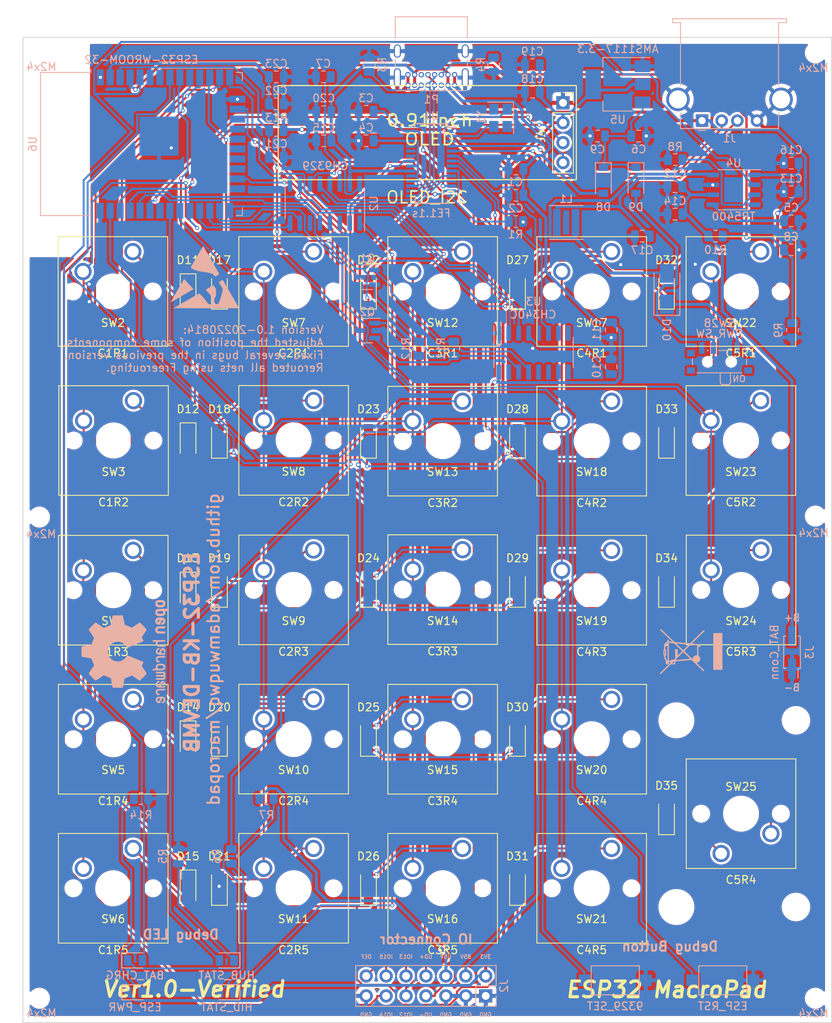
<source format=kicad_pcb>
(kicad_pcb (version 20211014) (generator pcbnew)
  (layers (0 "F.Cu" signal) (31 "B.Cu" signal) (34 "B.Paste" user) (35 "F.Paste" user) (36 "B.SilkS" user "B.Silkscreen") (37 "F.SilkS" user "F.Silkscreen") (38 "B.Mask" user) (39 "F.Mask" user) (44 "Edge.Cuts" user))
  (net 0 "")
  (net 1 "/USB_5V")
  (net 2 "GND")
  (net 3 "/HUB_1.8V")
  (net 4 "/HUB_3.3V")
  (net 5 "Net-(C6-Pad1)")
  (net 6 "Net-(C7-Pad1)")
  (net 7 "/ESP_ADC")
  (net 8 "Net-(C10-Pad1)")
  (net 9 "/B+")
  (net 10 "/BAT_5V")
  (net 11 "/3V3")
  (net 12 "/ESP_EN")
  (net 13 "Net-(D2-Pad1)")
  (net 14 "Net-(D2-Pad2)")
  (net 15 "/CH340_RX")
  (net 16 "/CH340_TX")
  (net 17 "/BAT_CHRG")
  (net 18 "Net-(D7-Pad1)")
  (net 19 "Net-(D10-Pad2)")
  (net 20 "/Row1")
  (net 21 "Net-(D11-Pad2)")
  (net 22 "/Row2")
  (net 23 "Net-(D12-Pad2)")
  (net 24 "/Row3")
  (net 25 "Net-(D13-Pad2)")
  (net 26 "/Row4")
  (net 27 "Net-(D14-Pad2)")
  (net 28 "/Row5")
  (net 29 "Net-(D15-Pad2)")
  (net 30 "Net-(D16-Pad2)")
  (net 31 "Net-(D17-Pad2)")
  (net 32 "Net-(D18-Pad2)")
  (net 33 "Net-(D19-Pad2)")
  (net 34 "Net-(D20-Pad2)")
  (net 35 "Net-(D21-Pad2)")
  (net 36 "Net-(D22-Pad2)")
  (net 37 "Net-(D23-Pad2)")
  (net 38 "Net-(D24-Pad2)")
  (net 39 "Net-(D25-Pad2)")
  (net 40 "Net-(D26-Pad2)")
  (net 41 "Net-(D27-Pad2)")
  (net 42 "Net-(D28-Pad2)")
  (net 43 "Net-(D29-Pad2)")
  (net 44 "Net-(D30-Pad2)")
  (net 45 "Net-(D31-Pad2)")
  (net 46 "Net-(D32-Pad2)")
  (net 47 "Net-(D33-Pad2)")
  (net 48 "Net-(D34-Pad2)")
  (net 49 "Net-(D35-Pad2)")
  (net 50 "/EXT_UD-")
  (net 51 "/EXT_UD+")
  (net 52 "/DBG_UD-")
  (net 53 "/DBG_UD+")
  (net 54 "/GPIO12")
  (net 55 "/GPIO13")
  (net 56 "/GPIO14")
  (net 57 "/GPIO15")
  (net 58 "/9329_DEF")
  (net 59 "/OLED_SCL")
  (net 60 "/OLED_SDA")
  (net 61 "Net-(P1-PadA5)")
  (net 62 "/USB_D+")
  (net 63 "/USB_D-")
  (net 65 "Net-(P1-PadB5)")
  (net 67 "/ESP_IO0")
  (net 68 "Net-(R1-Pad1)")
  (net 69 "Net-(R8-Pad1)")
  (net 70 "Net-(SW1-Pad1)")
  (net 71 "/Col1")
  (net 72 "/Col2")
  (net 73 "/Col3")
  (net 74 "/Col4")
  (net 75 "/Col5")
  (net 76 "Net-(U1-Pad2)")
  (net 77 "Net-(U1-Pad3)")
  (net 78 "/340C_UD-")
  (net 79 "/340C_UD+")
  (net 80 "/9329_UD-")
  (net 81 "/9329_UD+")
  (net 91 "/CH9329_TX")
  (net 92 "/CH9329_RX")
  (net 108 "Net-(Q1-Pad2)")
  (net 109 "Net-(Q1-Pad1)")
  (net 110 "Net-(Q2-Pad2)")
  (net 111 "Net-(Q2-Pad1)")
  (net 112 "Net-(D9-Pad2)")
  (net 115 "Net-(D7-Pad2)")
  (net 118 "Net-(R7-Pad2)")
  (footprint "Button_Switch_Keyboard:SW_Cherry_MX_1.00u_PCB" (layer "F.Cu") (at 110.25 118.3625)
    (fp_text reference "SW5")
    (fp_text value "C1R4")
  )
  (footprint "Diode_SMD:D_SOD-123" (layer "F.Cu") (at 159.25 66.3625 90)
    (fp_text reference "D27")
    (fp_text value "1N4148")
  )
  (footprint "Diode_SMD:D_SOD-123" (layer "F.Cu") (at 121.25 142.3625 90)
    (fp_text reference "D21")
    (fp_text value "1N4148")
  )
  (footprint "Button_Switch_Keyboard:SW_Cherry_MX_1.00u_PCB" (layer "F.Cu") (at 190.27 61.2825)
    (fp_text reference "SW22")
    (fp_text value "C5R1")
  )
  (footprint "Diode_SMD:D_SOD-123" (layer "F.Cu") (at 159.25 104.3625 90)
    (fp_text reference "D29")
    (fp_text value "1N4148")
  )
  (footprint "Button_Switch_Keyboard:SW_Cherry_MX_1.00u_PCB" (layer "F.Cu") (at 171.25 99.3625)
    (fp_text reference "SW19")
    (fp_text value "C4R3")
  )
  (footprint "Diode_SMD:D_SOD-123" (layer "F.Cu") (at 178.25 133.3625 90)
    (fp_text reference "D35")
    (fp_text value "1N4148")
  )
  (footprint "Diode_SMD:D_SOD-123" (layer "F.Cu") (at 140.25 104.3625 90)
    (fp_text reference "D24")
    (fp_text value "1N4148")
  )
  (footprint "Button_Switch_Keyboard:SW_Cherry_MX_1.00u_PCB" (layer "F.Cu") (at 190.29 99.3325)
    (fp_text reference "SW24")
    (fp_text value "C5R3")
  )
  (footprint "Button_Switch_Keyboard:SW_Cherry_MX_1.00u_PCB" (layer "F.Cu") (at 110.21 61.2825)
    (fp_text reference "SW2")
    (fp_text value "C1R1")
  )
  (footprint "" (layer "F.Cu") (at 98.298 35.941)
    (fp_text reference "")
    (fp_text value "")
  )
  (footprint "Diode_SMD:D_SOD-123" (layer "F.Cu") (at 178.25 104.3625 90)
    (fp_text reference "D34")
    (fp_text value "1N4148")
  )
  (footprint "Button_Switch_Keyboard:SW_Cherry_MX_1.00u_PCB" (layer "F.Cu") (at 152.25 118.3625)
    (fp_text reference "SW15")
    (fp_text value "C3R4")
  )
  (footprint "Diode_SMD:D_SOD-123" (layer "F.Cu") (at 140.25 123.3625 90)
    (fp_text reference "D25")
    (fp_text value "1N4148")
  )
  (footprint "Button_Switch_Keyboard:SW_Cherry_MX_1.00u_PCB" (layer "F.Cu") (at 133.25 80.2625)
    (fp_text reference "SW8")
    (fp_text value "C2R2")
  )
  (footprint "Diode_SMD:D_SOD-123" (layer "F.Cu") (at 117.25 85.3625 -90)
    (fp_text reference "D12")
    (fp_text value "1N4148")
  )
  (footprint "Diode_SMD:D_SOD-123" (layer "F.Cu") (at 117.25 142.3625 -90)
    (fp_text reference "D15")
    (fp_text value "1N4148")
  )
  (footprint "" (layer "F.Cu") (at 197.231 35.941)
    (fp_text reference "")
    (fp_text value "")
  )
  (footprint "Button_Switch_Keyboard:SW_Cherry_MX_1.00u_PCB" (layer "F.Cu") (at 171.25 80.3625)
    (fp_text reference "SW18")
    (fp_text value "C4R2")
  )
  (footprint "Diode_SMD:D_SOD-123" (layer "F.Cu") (at 178.25 85.3625 90)
    (fp_text reference "D33")
    (fp_text value "1N4148")
  )
  (footprint "Diode_SMD:D_SOD-123" (layer "F.Cu") (at 140.25 142.3625 90)
    (fp_text reference "D26")
    (fp_text value "1N4148")
  )
  (footprint "Diode_SMD:D_SOD-123" (layer "F.Cu") (at 117.25 66.3625 -90)
    (fp_text reference "D11")
    (fp_text value "1N4148")
  )
  (footprint "Button_Switch_Keyboard:SW_Cherry_MX_1.00u_PCB" (layer "F.Cu") (at 152.25 61.2825)
    (fp_text reference "SW12")
    (fp_text value "C3R1")
  )
  (footprint "Button_Switch_Keyboard:SW_Cherry_MX_1.00u_PCB" (layer "F.Cu") (at 133.25 61.2825)
    (fp_text reference "SW7")
    (fp_text value "C2R1")
  )
  (footprint "Diode_SMD:D_SOD-123" (layer "F.Cu") (at 159.25 85.3625 90)
    (fp_text reference "D28")
    (fp_text value "1N4148")
  )
  (footprint "Button_Switch_Keyboard:SW_Cherry_MX_1.00u_PCB" (layer "F.Cu") (at 110.29 80.2825)
    (fp_text reference "SW3")
    (fp_text value "C1R2")
  )
  (footprint "Diode_SMD:D_SOD-123" (layer "F.Cu") (at 121.25 104.3625 90)
    (fp_text reference "D19")
    (fp_text value "1N4148")
  )
  (footprint "" (layer "F.Cu") (at 98.298 95.123)
    (fp_text reference "")
    (fp_text value "")
  )
  (footprint "" (layer "F.Cu") (at 197.231 94.996)
    (fp_text reference "")
    (fp_text value "")
  )
  (footprint "Button_Switch_Keyboard:SW_Cherry_MX_1.00u_PCB" (layer "F.Cu") (at 133.25 118.3425)
    (fp_text reference "SW10")
    (fp_text value "C2R4")
  )
  (footprint "Diode_SMD:D_SOD-123" (layer "F.Cu") (at 178.25 66.3625 90)
    (fp_text reference "D32")
    (fp_text value "1N4148")
  )
  (footprint "Button_Switch_Keyboard:SW_Cherry_MX_1.00u_PCB" (layer "F.Cu") (at 110.25 99.3625)
    (fp_text reference "SW4")
    (fp_text value "C1R3")
  )
  (footprint "Diode_SMD:D_SOD-123" (layer "F.Cu") (at 159.25 142.3625 90)
    (fp_text reference "D31")
    (fp_text value "1N4148")
  )
  (footprint "Diode_SMD:D_SOD-123" (layer "F.Cu") (at 121.25 123.3625 90)
    (fp_text reference "D20")
    (fp_text value "1N4148")
  )
  (footprint "Button_Switch_Keyboard:SW_Cherry_MX_1.00u_PCB" (layer "F.Cu") (at 171.25 137.3625)
    (fp_text reference "SW21")
    (fp_text value "C4R5")
  )
  (footprint "Button_Switch_Keyboard:SW_Cherry_MX_1.00u_PCB" (layer "F.Cu") (at 133.25 137.3625)
    (fp_text reference "SW11")
    (fp_text value "C2R5")
  )
  (footprint "Diode_SMD:D_SOD-123" (layer "F.Cu") (at 140.25 66.3625 90)
    (fp_text reference "D22")
    (fp_text value "1N4148")
  )
  (footprint "Diode_SMD:D_SOD-123" (layer "F.Cu") (at 121.25 85.3625 90)
    (fp_text reference "D18")
    (fp_text value "1N4148")
  )
  (footprint "Button_Switch_Keyboard:SW_Cherry_MX_1.00u_PCB" (layer "F.Cu") (at 152.25 80.3625)
    (fp_text reference "SW13")
    (fp_text value "C3R2")
  )
  (footprint "Diode_SMD:D_SOD-123" (layer "F.Cu") (at 117.25 104.4025 -90)
    (fp_text reference "D13")
    (fp_text value "1N4148")
  )
  (footprint "Button_Switch_Keyboard:SW_Cherry_MX_1.00u_PCB" (layer "F.Cu") (at 133.25 99.3225)
    (fp_text reference "SW9")
    (fp_text value "C2R3")
  )
  (footprint "" (layer "F.Cu") (at 98.298 156.464)
    (fp_text reference "")
    (fp_text value "")
  )
  (footprint "Diode_SMD:D_SOD-123" (layer "F.Cu") (at 159.25 123.3625 90)
    (fp_text reference "D30")
    (fp_text value "1N4148")
  )
  (footprint "Button_Switch_Keyboard:SW_Cherry_MX_1.00u_PCB" (layer "F.Cu") (at 190.27 80.2825)
    (fp_text reference "SW23")
    (fp_text value "C5R2")
  )
  (footprint "Button_Switch_Keyboard:SW_Cherry_MX_1.00u_PCB" (layer "F.Cu") (at 152.25 137.3625)
    (fp_text reference "SW16")
    (fp_text value "C3R5")
  )
  (footprint "Button_Switch_Keyboard:SW_Cherry_MX_1.00u_PCB" (layer "F.Cu") (at 110.25 137.3625)
    (fp_text reference "SW6")
    (fp_text value "C1R5")
  )
  (footprint "Connector_PinSocket_2.54mm:PinSocket_1x04_P2.54mm_Vertical" (layer "F.Cu") (at 165.05 42.3125)
    (fp_text reference "J4")
    (fp_text value "OLED_I2C")
  )
  (footprint "Diode_SMD:D_SOD-123" (layer "F.Cu") (at 121.25 66.3625 90)
    (fp_text reference "D17")
    (fp_text value "1N4148")
  )
  (footprint "Diode_SMD:D_SOD-123" (layer "F.Cu") (at 117.25 123.3625 -90)
    (fp_text reference "D14")
    (fp_text value "1N4148")
  )
  (footprint "Diode_SMD:D_SOD-123" (layer "F.Cu") (at 140.25 85.3625 90)
    (fp_text reference "D23")
    (fp_text value "1N4148")
  )
  (footprint "Button_Switch_Keyboard:SW_Cherry_MX_1.00u_PCB" (layer "F.Cu") (at 171.25 61.2825)
    (fp_text reference "SW17")
    (fp_text value "C4R1")
  )
  (footprint "" (layer "F.Cu") (at 197.231 156.464)
    (fp_text reference "")
    (fp_text value "")
  )
  (footprint "Button_Switch_Keyboard:SW_Cherry_MX_2.00u_Vertical_PCB" (layer "F.Cu") (at 185.21 138.0125 180)
    (fp_text reference "SW25")
    (fp_text value "C5R4")
  )
  (footprint "Button_Switch_Keyboard:SW_Cherry_MX_1.00u_PCB" (layer "F.Cu") (at 171.25 118.3625)
    (fp_text reference "SW20")
    (fp_text value "C4R4")
  )
  (footprint "Button_Switch_Keyboard:SW_Cherry_MX_1.00u_PCB" (layer "F.Cu") (at 152.25 99.2825)
    (fp_text reference "SW14")
    (fp_text value "C3R3")
  )
  (footprint "Capacitor_SMD:C_0805_2012Metric" (layer "B.Cu") (at 134.55 43.45)
    (fp_text reference "C20")
    (fp_text value "10u")
  )
  (footprint "Capacitor_SMD:C_0805_2012Metric" (layer "B.Cu") (at 175.15 59.3 180)
    (fp_text reference "C17")
    (fp_text value "22u")
  )
  (footprint "Capacitor_SMD:C_0805_2012Metric" (layer "B.Cu") (at 161.15 37.45 180)
    (fp_text reference "C19")
    (fp_text value "22u")
  )
  (footprint "Button_Switch_SMD:SW_SPDT_PCM12" (layer "B.Cu") (at 185 75 180)
    (fp_text reference "SW28")
    (fp_text value "PWR_SW")
  )
  (footprint "Package_SO:HTSOP-8-1EP_3.9x4.9mm_P1.27mm_EP2.4x3.2mm" (layer "B.Cu") (at 186.8 53.4 180)
    (fp_text reference "U4")
    (fp_text value "TP5400")
  )
  (footprint "Package_TO_SOT_SMD:SOT-23" (layer "B.Cu") (at 140.1 64.55 180)
    (fp_text reference "Q1")
    (fp_text value "SOT-23_SS8050_Y1" hide)
  )
  (footprint "Resistor_SMD:R_0805_2012Metric" (layer "B.Cu") (at 151.13 73.66 90)
    (fp_text reference "R11")
    (fp_text value "10K")
  )
  (footprint "Package_SO:SSOP-28_3.9x9.9mm_P0.635mm" (layer "B.Cu") (at 148.25 50.05 180)
    (fp_text reference "U1")
    (fp_text value "FE1.1s")
  )
  (footprint "Package_SO:SOIC-16_3.9x9.9mm_P1.27mm" (layer "B.Cu") (at 161.3 74.15 -90)
    (fp_text reference "U3")
    (fp_text value "CH340C")
  )
  (footprint "Capacitor_SMD:C_0805_2012Metric" (layer "B.Cu") (at 161.15 40.95 180)
    (fp_text reference "C18")
    (fp_text value "0.1u")
  )
  (footprint "Capacitor_SMD:C_0805_2012Metric" (layer "B.Cu") (at 194.15 57.35 180)
    (fp_text reference "C5")
    (fp_text value "10u")
  )
  (footprint "Diode_SMD:D_SMA" (layer "B.Cu") (at 178.3 66 90)
    (fp_text reference "D10")
    (fp_text value "B320")
  )
  (footprint "Capacitor_SMD:C_0805_2012Metric" (layer "B.Cu") (at 171.2 75.95 90)
    (fp_text reference "C10")
    (fp_text value "0.1u")
  )
  (footprint "Package_TO_SOT_SMD:SOT-223-3_TabPin2" (layer "B.Cu") (at 172.05 39.95 180)
    (fp_text reference "U5")
    (fp_text value "AMS1117-3.3")
  )
  (footprint "Package_TO_SOT_SMD:SOT-23" (layer "B.Cu") (at 140.1 71.35 180)
    (fp_text reference "Q2")
    (fp_text value "SOT-23_SS8050_Y1" hide)
  )
  (footprint "Capacitor_SMD:C_0805_2012Metric" (layer "B.Cu") (at 139.95 47.15 180)
    (fp_text reference "C4")
    (fp_text value "10u")
  )
  (footprint "Capacitor_SMD:C_0805_2012Metric" (layer "B.Cu") (at 134.55 47.15)
    (fp_text reference "C15")
    (fp_text value "0.1u")
  )
  (footprint "Button_Switch_SMD:SW_SPST_CK_RS282G05A3" (layer "B.Cu") (at 185.42 154.178)
    (fp_text reference "SW26" hide)
    (fp_text value "ESP_RST")
  )
  (footprint "Resistor_SMD:R_0805_2012Metric" (layer "B.Cu") (at 184.5 59.3 180)
    (fp_text reference "R10")
    (fp_text value "100K")
  )
  (footprint "Crystal:Crystal_SMD_TXC_7M-4Pin_3.2x2.5mm" (layer "B.Cu") (at 157.08 44.2225 -90)
    (fp_text reference "Y1")
    (fp_text value "SMD-3225_4P__12MHZ_20PF_10PPM" hide)
  )
  (footprint "Diode_SMD:D_SOD-123" (layer "B.Cu") (at 170.2 52.2 -90)
    (fp_text reference "D8")
    (fp_text value "1N5817" hide)
  )
  (footprint "Capacitor_SMD:C_0805_2012Metric" (layer "B.Cu") (at 134.5 39 180)
    (fp_text reference "C7")
    (fp_text value "0.1u")
  )
  (footprint "Resistor_SMD:R_0805_2012Metric" (layer "B.Cu") (at 122.77 138.3625 -90)
    (fp_text reference "R6")
    (fp_text value "1K")
  )
  (footprint "Diode_SMD:D_SOD-123" (layer "B.Cu") (at 174.35 52.2 -90)
    (fp_text reference "D9")
    (fp_text value "1N5817" hide)
  )
  (footprint "Capacitor_SMD:C_0805_2012Metric" (layer "B.Cu") (at 159.05 54.1)
    (fp_text reference "C2")
    (fp_text value "10u")
  )
  (footprint "Capacitor_SMD:C_0805_2012Metric" (layer "B.Cu") (at 194.15 53.65 180)
    (fp_text reference "C13")
    (fp_text value "0.1u")
  )
  (footprint "Resistor_SMD:R_0805_2012Metric" (layer "B.Cu") (at 194.31 71.3 90)
    (fp_text reference "R9")
    (fp_text value "100K")
  )
  (footprint "LED_SMD:LED_0805_2012Metric" (layer "B.Cu") (at 122.174 155.702 180)
    (fp_text reference "D7" hide)
    (fp_text value "HID_STAT")
  )
  (footprint "Capacitor_SMD:C_0805_2012Metric" (layer "B.Cu") (at 128.5 42.45 180)
    (fp_text reference "C22")
    (fp_text value "10u")
  )
  (footprint "Resistor_SMD:R_0805_2012Metric" (layer "B.Cu") (at 156.2 37.45 -90)
    (fp_text reference "R4")
    (fp_text value "5.1K")
  )
  (footprint "LED_SMD:LED_0805_2012Metric" (layer "B.Cu") (at 110.49 155.702)
    (fp_text reference "D16" hide)
    (fp_text value "ESP_PWR")
  )
  (footprint "Capacitor_SMD:C_0805_2012Metric" (layer "B.Cu") (at 159.05 50.75 180)
    (fp_text reference "C1")
    (fp_text value "0.1u")
  )
  (footprint "Connector_PinHeader_2.54mm:PinHeader_2x07_P2.54mm_Vertical" (layer "B.Cu") (at 155.199 156.1625 90)
    (fp_text reference "J2")
    (fp_text value "IO_Debug")
  )
  (footprint "Resistor_SMD:R_0805_2012Metric" (layer "B.Cu") (at 127.25 131)
    (fp_text reference "R7")
    (fp_text value "1K")
  )
  (footprint "Capacitor_SMD:C_0805_2012Metric" (layer "B.Cu") (at 179.325 56.5 180)
    (fp_text reference "C14")
    (fp_text value "22u")
  )
  (footprint "Symbol:ESD-Logo_8.9x8mm_SilkScreen" (layer "B.Cu") (at 119.38 64.516 180)
    (fp_text reference "REF**" hide)
    (fp_text value "ESD-Logo_8.9x8mm_SilkScreen" hide)
  )
  (footprint "Capacitor_SMD:C_0805_2012Metric" (layer "B.Cu") (at 174.7 46.55)
    (fp_text reference "C6")
    (fp_text value "0.1u")
  )
  (footprint "Symbol:WEEE-Logo_5.6x8mm_SilkScreen" (layer "B.Cu") (at 181.356 112.268 -90)
    (fp_text reference "REF**" hide)
    (fp_text value "WEEE-Logo_5.6x8mm_SilkScreen" hide)
  )
  (footprint "LED_SMD:LED_0805_2012Metric" (layer "B.Cu") (at 122.174 151.638 180)
    (fp_text reference "D2" hide)
    (fp_text value "HUB_STAT")
  )
  (footprint "Capacitor_SMD:C_0805_2012Metric" (layer "B.Cu") (at 194.15 50 180)
    (fp_text reference "C16")
    (fp_text value "47u")
  )
  (footprint "RF_Module:ESP32-WROOM-32" (layer "B.Cu") (at 114.3 47.5625 -90)
    (fp_text reference "U6")
    (fp_text value "ESP32-WROOM-32")
  )
  (footprint "Package_SO:SOP-16_3.9x9.9mm_P1.27mm" (layer "B.Cu") (at 134.69 55.1425 90)
    (fp_text reference "U2")
    (fp_text value "CH9329")
  )
  (footprint "Capacitor_SMD:C_0805_2012Metric" (layer "B.Cu") (at 171.2 71.25 90)
    (fp_text reference "C11")
    (fp_text value "0.1u")
  )
  (footprint "Capacitor_SMD:C_0805_2012Metric" (layer "B.Cu") (at 128.5 39 180)
    (fp_text reference "C23")
    (fp_text value "0.1u")
  )
  (footprint "Button_Switch_SMD:SW_SPST_CK_RS282G05A3" (layer "B.Cu") (at 171.704 154.178)
    (fp_text reference "SW1" hide)
    (fp_text value "9329_SET")
  )
  (footprint "Resistor_SMD:R_0805_2012Metric" (layer "B.Cu") (at 128.5 45.85)
    (fp_text reference "R13")
    (fp_text value "10K")
  )
  (footprint "LED_SMD:LED_0805_2012Metric" (layer "B.Cu") (at 110.49 151.638)
    (fp_text reference "D6" hide)
    (fp_text value "BAT_CHRG")
  )
  (footprint "Capacitor_SMD:C_0805_2012Metric" (layer "B.Cu") (at 169.45 46.55 180)
    (fp_text reference "C9")
    (fp_text value "22u")
  )
  (footprint "Capacitor_SMD:C_0805_2012Metric" (layer "B.Cu") (at 179.325 53 180)
    (fp_text reference "C12")
    (fp_text value "0.1u")
  )
  (footprint "Resistor_SMD:R_0805_2012Metric" (layer "B.Cu") (at 179.35 49.55 180)
    (fp_text reference "R8")
    (fp_text value "1.1K")
  )
  (footprint "Inductor_SMD:L_Coilcraft_XxL4020" (layer "B.Cu") (at 165.45 57.5625 180)
    (fp_text reference "L1")
    (fp_text value "10uH" hide)
  )
  (footprint "Resistor_SMD:R_0805_2012Metric" (layer "B.Cu") (at 159.05 57.45)
    (fp_text reference "R1")
    (fp_text value "2.7K")
  )
  (footprint "Connector_USB:USB_A_Stewart_SS-52100-001_Horizontal" (layer "B.Cu") (at 182.78 44.5825)
    (fp_text reference "J1")
    (fp_text value "USB_EXT")
  )
  (footprint "Symbol:OSHW-Logo2_14.6x12mm_SilkScreen" (layer "B.Cu") (at 109.22 112.268 -90)
    (fp_text reference "REF**" hide)
    (fp_text value "OSHW-Logo2_14.6x12mm_SilkScreen" hide)
  )
  (footprint "Connector_USB:USB_C_Receptacle_GCT_USB4085" (layer "B.Cu") (at 145.285 40.0775)
    (fp_text reference "P1")
    (fp_text value "USB_C_Plug")
  )
  (footprint "Capacitor_SMD:C_0805_2012Metric" (layer "B.Cu") (at 128.5 49.25)
    (fp_text reference "C21")
    (fp_text value "0.1u")
  )
  (footprint "Connector_PinHeader_2.00mm:PinHeader_2x01_P2.00mm_Vertical_SMD" (layer "B.Cu") (at 194.25 112.3625 90)
    (fp_text reference "J3")
    (fp_text value "BAT_Conn")
  )
  (footprint "Resistor_SMD:R_0805_2012Metric" (layer "B.Cu") (at 111.252 131 180)
    (fp_text reference "R14")
    (fp_text value "1K")
  )
  (footprint "Capacitor_SMD:C_0805_2012Metric" (layer "B.Cu") (at 194.15 61.05 180)
    (fp_text reference "C8")
    (fp_text value "10n")
  )
  (footprint "Resistor_SMD:R_0805_2012Metric" (layer "B.Cu") (at 140.35 37.45 90)
    (fp_text reference "R3")
    (fp_text value "5.1K")
  )
  (footprint "Resistor_SMD:R_0805_2012Metric" (layer "B.Cu") (at 116 138.3625 -90)
    (fp_text reference "R5")
    (fp_text value "1K")
  )
  (footprint "Capacitor_SMD:C_0805_2012Metric" (layer "B.Cu") (at 139.95 43.4 180)
    (fp_text reference "C3")
    (fp_text value "10u")
  )
  (footprint "Resistor_SMD:R_0805_2012Metric" (layer "B.Cu") (at 146.685 73.66 -90)
    (fp_text reference "R12")
    (fp_text value "10K")
  )
  (gr_rect (start 166.75 40.1125) (end 128.75 52.1125) (layer "F.SilkS") (width 0.15) (fill none))
  (gr_rect (start 96.2 33.9625) (end 199.3 159.5625) (layer "Edge.Cuts") (width 0.1) (fill none))
  (gr_text "UD+" (at 147.574 151.1625) (layer "B.SilkS") (effects (font (size 0.5 0.5) (thickness 0.1)) (justify mirror)))
  (gr_text "." (at 149.85 45.3) (layer "B.SilkS") (effects (font (size 1.5 1.5) (thickness 0.3)) (justify mirror)))
  (gr_text "Version 1.0-20220814:\nAdjusted the position of some components.\nFixed several bugs in the previous version.\nRerouted all nets using Freerouting." (at 134.62 73.66) (layer "B.SilkS") (effects (font (size 1 1)) (justify left mirror)))
  (gr_text "." (at 139.15 55.4625) (layer "B.SilkS") (effects (font (size 1.5 1.5) (thickness 0.3)) (justify mirror)))
  (gr_text "GND" (at 152.654 158.5625) (layer "B.SilkS") (effects (font (size 0.5 0.5) (thickness 0.1)) (justify mirror)))
  (gr_text "UD-" (at 147.574 158.5625) (layer "B.SilkS") (effects (font (size 0.5 0.5) (thickness 0.1)) (justify mirror)))
  (gr_text "GND" (at 150.114 158.5625) (layer "B.SilkS") (effects (font (size 0.5 0.5) (thickness 0.1)) (justify mirror)))
  (gr_text "ESP32-KB-DEVMB" (at 117.75 112.395 90) (layer "B.SilkS") (effects (font (size 1.8 1.8) (thickness 0.4)) (justify mirror)))
  (gr_text "github.com/adamwuqwq/macropad" (at 120.5 112 90) (layer "B.SilkS") (effects (font (size 1.5 1.5) (thickness 0.25)) (justify mirror)))
  (gr_text "GND" (at 155.174 158.55) (layer "B.SilkS") (effects (font (size 0.5 0.5) (thickness 0.1)) (justify mirror)))
  (gr_text "M2x4" (at 196.977 158.369) (layer "B.SilkS") (effects (font (size 1 1)) (justify mirror)))
  (gr_text "M2x4" (at 98.552 158.369) (layer "B.SilkS") (effects (font (size 1 1)) (justify mirror)))
  (gr_text "IO13" (at 145.034 151.1625) (layer "B.SilkS") (effects (font (size 0.5 0.5) (thickness 0.1)) (justify mirror)))
  (gr_text "IO15" (at 142.494 151.1625) (layer "B.SilkS") (effects (font (size 0.5 0.5) (thickness 0.1)) (justify mirror)))
  (gr_text "Debug Button" (at 178.688 149.86) (layer "B.SilkS") (effects (font (size 1.2 1.2) (thickness 0.25)) (justify mirror)))
  (gr_text "3V3" (at 155.194 151.1625) (layer "B.SilkS") (effects (font (size 0.5 0.5) (thickness 0.1)) (justify mirror)))
  (gr_text "M2x4" (at 196.977 37.846) (layer "B.SilkS") (effects (font (size 1 1)) (justify mirror)))
  (gr_text "IO12" (at 145.034 158.5625) (layer "B.SilkS") (effects (font (size 0.5 0.5) (thickness 0.1)) (justify mirror)))
  (gr_text "M2x4" (at 98.552 37.719) (layer "B.SilkS") (effects (font (size 1 1)) (justify mirror)))
  (gr_text "Debug LED" (at 116.332 148.336) (layer "B.SilkS") (effects (font (size 1.2 1.2) (thickness 0.25)) (justify mirror)))
  (gr_text "M2x4" (at 98.5 97.282) (layer "B.SilkS") (effects (font (size 1 1)) (justify mirror)))
  (gr_text "IO14" (at 142.494 158.5625) (layer "B.SilkS") (effects (font (size 0.5 0.5) (thickness 0.1)) (justify mirror)))
  (gr_text "." (at 156.9 72.6) (layer "B.SilkS") (effects (font (size 1.5 1.5) (thickness 0.3)) (justify mirror)))
  (gr_text "B+" (at 194.25 107.9625) (layer "B.SilkS") (effects (font (size 0.9 0.9)) (justify mirror)))
  (gr_text "IO Connector" (at 147.62 148.95) (layer "B.SilkS") (effects (font (size 1.2 1.2) (thickness 0.25)) (justify mirror)))
  (gr_text "GND" (at 139.954 158.5625) (layer "B.SilkS") (effects (font (size 0.5 0.5) (thickness 0.1)) (justify mirror)))
  (gr_text "B-" (at 194.25 116.8625) (layer "B.SilkS") (effects (font (size 0.9 0.9)) (justify mirror)))
  (gr_text "ON" (at 187.5 77.5) (layer "B.SilkS") (effects (font (size 0.8 0.8) (thickness 0.13)) (justify mirror)))
  (gr_text "U5V" (at 150.114 151.1625) (layer "B.SilkS") (effects (font (size 0.5 0.5) (thickness 0.1)) (justify mirror)))
  (gr_text "B5V" (at 152.654 151.1625) (layer "B.SilkS") (effects (font (size 0.5 0.5) (thickness 0.1)) (justify mirror)))
  (gr_text "M2x4" (at 197 97.155) (layer "B.SilkS") (effects (font (size 1 1)) (justify mirror)))
  (gr_text "DEF" (at 139.954 151.1625) (layer "B.SilkS") (effects (font (size 0.5 0.5) (thickness 0.1)) (justify mirror)))
  (gr_text "ESP32 MacroPad" (at 178.25 155.3625) (layer "F.SilkS") (effects (font (size 2 2) (thickness 0.4) italic)))
  (gr_text "0.91inch\nOLED" (at 148.05 45.75) (layer "F.SilkS") (effects (font (size 1.5 1.7) (thickness 0.23))))
  (gr_text "Ver1.0-Verified" (at 118 155.3) (layer "F.SilkS") (effects (font (size 2 2) (thickness 0.4) italic)))
  (segment (start 150.385 40.0775) (end 150.385 40.2892) (width 0.38) (layer "F.Cu") (net 1))
  (segment (start 149.8399 38.0097) (end 146.6109 38.0097) (width 0.38) (layer "F.Cu") (net 1))
  (segment (start 150.385 40.2892) (end 153.5987 43.5029) (width 0.38) (layer "F.Cu") (net 1))
  (segment (start 150.385 38.7275) (end 150.385 38.5548) (width 0.38) (layer "F.Cu") (net 1))
  (segment (start 179.4428 44.5825) (end 182.78 44.5825) (width 0.38) (layer "F.Cu") (net 1))
  (segment (start 156.0575 78.2244) (end 156.0575 146.4937) (width 0.38) (layer "F.Cu") (net 1))
  (segment (start 178.3632 43.5029) (end 179.4428 44.5825) (width 0.38) (layer "F.Cu") (net 1))
  (segment (start 150.385 38.7275) (end 150.385 40.0775) (width 0.38) (layer "F.Cu") (net 1))
  (segment (start 150.119 152.4322) (end 150.119 153.6225) (width 0.38) (layer "F.Cu") (net 1))
  (segment (start 150.385 38.5548) (end 149.8399 38.0097) (width 0.38) (layer "F.Cu") (net 1))
  (segment (start 153.5987 43.5029) (end 178.3632 43.5029) (width 0.38) (layer "F.Cu") (net 1))
  (segment (start 146.135 38.7275) (end 146.135 40.0775) (width 0.38) (layer "F.Cu") (net 1))
  (segment (start 146.135 38.4856) (end 146.135 38.7275) (width 0.38) (layer "F.Cu") (net 1))
  (segment (start 156.0575 146.4937) (end 150.119 152.4322) (width 0.38) (layer "F.Cu") (net 1))
  (segment (start 146.6109 38.0097) (end 146.135 38.4856) (width 0.38) (layer "F.Cu") (net 1))
  (segment (start 156.358 77.9239) (end 156.0575 78.2244) (width 0.38) (layer "F.Cu") (net 1))
  (via (at 156.358 77.9239) (size 0.6) (drill 0.4) (layers "F.Cu" "B.Cu") (net 1))
  (segment (start 184.7754 45.7228) (end 192.4323 45.7228) (width 0.38) (layer "B.Cu") (net 1))
  (segment (start 193.2 57.35) (end 186.195 57.35) (width 0.38) (layer "B.Cu") (net 1))
  (segment (start 137.865 51.0025) (end 145.65 51.0025) (width 0.38) (layer "B.Cu") (net 1))
  (segment (start 161.9459 46.4303) (end 162.2283 46.4303) (width 0.38) (layer "B.Cu") (net 1))
  (segment (start 195.9552 49.2457) (end 195.9552 54.5948) (width 0.38) (layer "B.Cu") (net 1))
  (segment (start 137.865 51.0025) (end 137.865 52.6425) (width 0.38) (layer "B.Cu") (net 1))
  (segment (start 135.0415 144.0331) (end 133.614171 142.605771) (width 0.38) (layer "B.Cu") (net 1))
  (segment (start 156.9336 77.9853) (end 156.855 77.9067) (width 0.38) (layer "B.Cu") (net 1))
  (segment (start 139.6602 37.5004) (end 135.5 41.6606) (width 0.38) (layer "B.Cu") (net 1))
  (segment (start 135.5 41.6606) (end 135.5 43.45) (width 0.38) (layer "B.Cu") (net 1))
  (segment (start 186.195 57.35) (end 184.15 55.305) (width 0.38) (layer "B.Cu") (net 1))
  (segment (start 161.7172 49.0328) (end 162.4426 49.0328) (width 0.38) (layer "B.Cu") (net 1))
  (segment (start 183.9203 44.5825) (end 183.9203 44.8677) (width 0.38) (layer "B.Cu") (net 1))
  (segment (start 160 54.1) (end 162.8717 56.9717) (width 0.38) (layer "B.Cu") (net 1))
  (segment (start 169.3283 70.3) (end 171.2 70.3) (width 0.38) (layer "B.Cu") (net 1))
  (segment (start 135.5 47.15) (end 137.865 49.515) (width 0.38) (layer "B.Cu") (net 1))
  (segment (start 183.9203 44.8677) (end 184.7754 45.7228) (width 0.38) (layer "B.Cu") (net 1))
  (segment (start 127.5943 129.7432) (end 126.3375 131) (width 0.38) (layer "B.Cu") (net 1))
  (segment (start 135.5 43.45) (end 135.5 47.15) (width 0.38) (layer "B.Cu") (net 1))
  (segment (start 133.614171 140.421371) (end 129.4384 136.2456) (width 0.38) (layer "B.Cu") (net 1))
  (segment (start 159.8466 44.331) (end 161.9459 46.4303) (width 0.38) (layer "B.Cu") (net 1))
  (segment (start 150.385 40.2501) (end 152.217 42.0821) (width 0.38) (layer "B.Cu") (net 1))
  (segment (start 156.4055 77.8764) (end 156.8247 77.8764) (width 0.38) (layer "B.Cu") (net 1))
  (segment (start 137.865 49.515) (end 137.865 51.0025) (width 0.38) (layer "B.Cu") (net 1))
  (segment (start 150.119 150.620513) (end 143.531587 144.0331) (width 0.38) (layer "B.Cu") (net 1))
  (segment (start 171.2 70.3) (end 172.3282 71.4282) (width 0.38) (layer "B.Cu") (net 1))
  (segment (start 162.8717 63.8434) (end 169.3283 70.3) (width 0.38) (layer "B.Cu") (net 1))
  (segment (start 171.7276 77.9853) (end 156.9336 77.9853) (width 0.38) (layer "B.Cu") (net 1))
  (segment (start 172.3282 71.4282) (end 172.3282 77.3847) (width 0.38) (layer "B.Cu") (net 1))
  (segment (start 158.6842 42.0821) (end 159.8466 43.2445) (width 0.38) (layer "B.Cu") (net 1))
  (segment (start 150.119 153.6225) (end 150.119 150.620513) (width 0.38) (layer "B.Cu") (net 1))
  (segment (start 146.135 38.7275) (end 146.135 38.5602) (width 0.38) (layer "B.Cu") (net 1))
  (segment (start 128.524 129.7432) (end 127.5943 129.7432) (width 0.38) (layer "B.Cu") (net 1))
  (segment (start 162.8717 56.9717) (end 162.8717 63.8434) (width 0.38) (layer "B.Cu") (net 1))
  (segment (start 143.531587 144.0331) (end 135.0415 144.0331) (width 0.38) (layer "B.Cu") (net 1))
  (segment (start 129.4384 136.2456) (end 129.4384 130.6576) (width 0.38) (layer "B.Cu") (net 1))
  (segment (start 152.217 42.0821) (end 158.6842 42.0821) (width 0.38) (layer "B.Cu") (net 1))
  (segment (start 159.8466 43.2445) (end 159.8466 44.331) (width 0.38) (layer "B.Cu") (net 1))
  (segment (start 182.78 44.5825) (end 183.9203 44.5825) (width 0.38) (layer "B.Cu") (net 1))
  (segment (start 145.0752 37.5004) (end 139.6602 37.5004) (width 0.38) (layer "B.Cu") (net 1))
  (segment (start 129.4384 130.6576) (end 128.524 129.7432) (width 0.38) (layer "B.Cu") (net 1))
  (segment (start 150.385 40.0775) (end 150.385 40.2501) (width 0.38) (layer "B.Cu") (net 1))
  (segment (start 162.4426 49.0328) (end 167.2598 53.85) (width 0.38) (layer "B.Cu") (net 1))
  (segment (start 163.3245 48.1509) (end 162.4426 49.0328) (width 0.38) (layer "B.Cu") (net 1))
  (segment (start 160 50.75) (end 161.7172 49.0328) (width 0.38) (layer "B.Cu") (net 1))
  (segment (start 156.8247 77.8764) (end 156.855 77.9067) (width 0.38) (layer "B.Cu") (net 1))
  (segment (start 160 50.75) (end 160 54.1) (width 0.38) (layer "B.Cu") (net 1))
  (segment (start 167.2598 53.85) (end 170.2 53.85) (width 0.38) (layer "B.Cu") (net 1))
  (segment (start 195.9552 54.5948) (end 193.2 57.35) (width 0.38) (layer "B.Cu") (net 1))
  (segment (start 192.4323 45.7228) (end 195.9552 49.2457) (width 0.38) (layer "B.Cu") (net 1))
  (segment (start 146.135 38.5602) (end 145.0752 37.5004) (width 0.38) (layer "B.Cu") (net 1))
  (segment (start 172.3282 77.3847) (end 171.7276 77.9853) (width 0.38) (layer "B.Cu") (net 1))
  (segment (start 133.614171 142.605771) (end 133.614171 140.421371) (width 0.38) (layer "B.Cu") (net 1))
  (segment (start 163.3245 47.5265) (end 163.3245 48.1509) (width 0.38) (layer "B.Cu") (net 1))
  (segment (start 156.358 77.9239) (end 156.4055 77.8764) (width 0.38) (layer "B.Cu") (net 1))
  (segment (start 156.855 77.9067) (end 156.855 76.625) (width 0.38) (layer "B.Cu") (net 1))
  (segment (start 162.2283 46.4303) (end 163.3245 47.5265) (width 0.38) (layer "B.Cu") (net 1))
  (segment (start 151.235 40.0775) (end 151.235 38.7275) (width 0.38) (layer "F.Cu") (net 2))
  (segment (start 145.285 40.0775) (end 145.285 38.7275) (width 0.38) (layer "F.Cu") (net 2))
  (via (at 181.9148 62.8904) (size 0.6) (drill 0.4) (layers "F.Cu" "B.Cu") (net 2))
  (via (at 168.5036 46.5328) (size 0.6) (drill 0.4) (layers "F.Cu" "B.Cu") (net 2))
  (via (at 159.9692 57.5056) (size 0.6) (drill 0.4) (layers "F.Cu" "B.Cu") (net 2))
  (via (at 193.1924 50.038) (size 0.6) (drill 0.4) (layers "F.Cu" "B.Cu") (net 2))
  (via (at 104.648 67.6656) (size 0.6) (drill 0.4) (layers "F.Cu" "B.Cu") (net 2))
  (via (at 195.1228 61.0616) (size 0.6) (drill 0.4) (layers "F.Cu" "B.Cu") (net 2))
  (via (at 161.1884 73.6092) (size 0.6) (drill 0.4) (layers "F.Cu" "B.Cu") (net 2))
  (via (at 151.254295 45.907998) (size 0.6) (drill 0.4) (layers "F.Cu" "B.Cu") (net 2))
  (via (at 121.2088 142.1892) (size 0.6) (drill 0.4) (layers "F.Cu" "B.Cu") (net 2))
  (via (at 106.0704 39.0652) (size 0.6) (drill 0.4) (layers "F.Cu" "B.Cu") (net 2))
  (via (at 184.15 52.7812) (size 0.6) (drill 0.4) (layers "F.Cu" "B.Cu") (net 2))
  (via (at 115.1128 48.0568) (size 0.6) (drill 0.4) (layers "F.Cu" "B.Cu") (net 2))
  (via (at 114.1476 124.206) (size 0.6) (drill 0.4) (layers "F.Cu" "B.Cu") (net 2))
  (via (at 171.196 72.2376) (size 0.6) (drill 0.4) (layers "F.Cu" "B.Cu") (net 2))
  (via (at 123.5456 41.8592) (size 0.6) (drill 0.4) (layers "F.Cu" "B.Cu") (net 2))
  (via (at 175.6664 46.5328) (size 0.6) (drill 0.4) (layers "F.Cu" "B.Cu") (net 2))
  (via (at 172.4152 62.9412) (size 0.6) (drill 0.4) (layers "F.Cu" "B.Cu") (net 2))
  (via (at 138.9888 47.1424) (size 0.6) (drill 0.4) (layers "F.Cu" "B.Cu") (net 2))
  (via (at 136.595 51.1911) (size 0.6) (drill 0.4) (layers "F.Cu" "B.Cu") (net 2))
  (via (at 104.648 65.4304) (size 0.6) (drill 0.4) (layers "F.Cu" "B.Cu") (net 2))
  (via (at 110.3884 124.206) (size 0.6) (drill 0.4) (layers "F.Cu" "B.Cu") (net 2))
  (via (at 157.1474 54.1) (size 0.6) (drill 0.4) (layers "F.Cu" "B.Cu") (net 2))
  (via (at 157.1401 50.75) (size 0.6) (drill 0.4) (layers "F.Cu" "B.Cu") (net 2))
  (via (at 160.401 49.309295) (size 0.6) (drill 0.4) (layers "F.Cu" "B.Cu") (net 2))
  (via (at 158.115 49.149) (size 0.6) (drill 0.4) (layers "F.Cu" "B.Cu") (net 2))
  (via (at 193.2 53.6448) (size 0.6) (drill 0.4) (layers "F.Cu" "B.Cu") (net 2))
  (segment (start 158.1 50.75) (end 157.1401 50.75) (width 0.38) (layer "B.Cu") (net 2))
  (segment (start 138.9964 47.15) (end 139 47.15) (width 0.38) (layer "B.Cu") (net 2))
  (segment (start 156.855 71.675) (end 156.855 72.072965) (width 0.38) (layer "B.Cu") (net 2))
  (segment (start 138.9888 47.1424) (end 138.9964 47.15) (width 0.38) (layer "B.Cu") (net 2))
  (segment (start 195.1228 61.0616) (end 195.1116 61.0616) (width 0.38) (layer "B.Cu") (net 2))
  (segment (start 193.1924 50.0076) (end 193.2 50) (width 0.38) (layer "B.Cu") (net 2))
  (segment (start 151.254295 45.907998) (end 151.239793 45.9225) (width 0.38) (layer "B.Cu") (net 2))
  (segment (start 105.9296 56.1779) (end 106.045 56.0625) (width 0.38) (layer "B.Cu") (net 2))
  (segment (start 168.5036 46.5328) (end 168.5 46.5364) (width 0.38) (layer "B.Cu") (net 2))
  (segment (start 193.1924 50.038) (end 193.1924 50.0076) (width 0.38) (layer "B.Cu") (net 2))
  (segment (start 129.7355 49.5355) (end 129.45 49.25) (width 0.38) (layer "B.Cu") (net 2))
  (segment (start 159.9625 57.4989) (end 159.9625 57.45) (width 0.38) (layer "B.Cu") (net 2))
  (segment (start 151.239793 45.9225) (end 150.85 45.9225) (width 0.38) (layer "B.Cu") (net 2))
  (segment (start 106.0477 39.0652) (end 106.045 39.0625) (width 0.38) (layer "B.Cu") (net 2))
  (segment (start 123.555 41.8498) (end 123.555 41.8475) (width 0.38) (layer "B.Cu") (net 2))
  (segment (start 113.5677 46.5625) (end 113.545 46.5625) (width 0.38) (layer "B.Cu") (net 2))
  (segment (start 175.65 46.5492) (end 175.65 46.55) (width 0.38) (layer "B.Cu") (net 2))
  (segment (start 195.1116 61.0616) (end 195.1 61.05) (width 0.38) (layer "B.Cu") (net 2))
  (segment (start 106.0704 39.0652) (end 106.0477 39.0652) (width 0.38) (layer "B.Cu") (net 2))
  (segment (start 173.8242 59.6758) (end 174.2 59.3) (width 0.38) (layer "B.Cu") (net 2))
  (segment (start 168.5 46.5364) (end 168.5 46.55) (width 0.38) (layer "B.Cu") (net 2))
  (segment (start 136.595 51.1911) (end 136.595 52.6425) (width 0.38) (layer "B.Cu") (net 2))
  (segment (start 157.1474 54.1) (end 158.1 54.1) (width 0.38) (layer "B.Cu") (net 2))
  (segment (start 175.6664 46.5328) (end 175.65 46.5492) (width 0.38) (layer "B.Cu") (net 2))
  (segment (start 123.5456 41.8592) (end 123.555 41.8498) (width 0.38) (layer "B.Cu") (net 2))
  (segment (start 159.9692 57.5056) (end 159.9625 57.4989) (width 0.38) (layer "B.Cu") (net 2))
  (segment (start 193.2 53.6448) (end 193.2 53.65) (width 0.38) (layer "B.Cu") (net 2))
  (segment (start 149.75 52.9067) (end 149.75 50.871) (width 0.3) (layer "F.Cu") (net 3))
  (segment (start 149.75 50.871) (end 147.226 48.347) (width 0.3) (layer "F.Cu") (net 3))
  (via (at 149.75 52.9067) (size 0.6) (drill 0.35) (layers "F.Cu" "B.Cu") (net 3))
  (via (at 147.226 48.347) (size 0.6) (drill 0.35) (layers "F.Cu" "B.Cu") (net 3))
  (segment (start 149.75 52.9067) (end 149.9489 52.9067) (width 0.3) (layer "B.Cu") (net 3))
  (segment (start 142.2272 43.4) (end 144.7497 45.9225) (width 0.3) (layer "B.Cu") (net 3))
  (segment (start 145.65 45.9225) (end 146.5503 45.9225) (width 0.3) (layer "B.Cu") (net 3))
  (segment (start 146.5503 45.9225) (end 147.226 46.5982) (width 0.3) (layer "B.Cu") (net 3))
  (segment (start 145.65 45.9225) (end 144.7497 45.9225) (width 0.3) (layer "B.Cu") (net 3))
  (segment (start 147.226 46.5982) (end 147.226 48.347) (width 0.3) (layer "B.Cu") (net 3))
  (segment (start 149.9489 52.9067) (end 149.9497 52.9075) (width 0.3) (layer "B.Cu") (net 3))
  (segment (start 140.9 43.4) (end 142.2272 43.4) (width 0.3) (layer "B.Cu") (net 3))
  (segment (start 150.85 52.9075) (end 149.9497 52.9075) (width 0.3) (layer "B.Cu") (net 3))
  (segment (start 138.938 88.4428) (end 139.1459 88.2349) (width 0.3) (layer "F.Cu") (net 4))
  (segment (start 148.7254 53.9566) (end 147.3417 53.9566) (width 0.3) (layer "F.Cu") (net 4))
  (segment (start 147.3417 53.9566) (end 147.3417 53.1352) (width 0.3) (layer "F.Cu") (net 4))
  (segment (start 139.1459 62.1524) (end 147.3417 53.9566) (width 0.3) (layer "F.Cu") (net 4))
  (segment (start 147.3417 53.1352) (end 146.724 52.5175) (width 0.3) (layer "F.Cu") (net 4))
  (segment (start 139.1459 88.2349) (end 139.1459 62.1524) (width 0.3) (layer "F.Cu") (net 4))
  (via (at 148.7254 53.9566) (size 0.6) (drill 0.35) (layers "F.Cu" "B.Cu") (net 4))
  (via (at 146.724 52.5175) (size 0.6) (drill 0.35) (layers "F.Cu" "B.Cu") (net 4))
  (via (at 138.938 88.4428) (size 0.6) (drill 0.35) (layers "F.Cu" "B.Cu") (net 4))
  (segment (start 146.5503 47.1925) (end 146.5503 50.3675) (width 0.3) (layer "B.Cu") (net 4))
  (segment (start 145.1999 47.1925) (end 145.65 47.1925) (width 0.3) (layer "B.Cu") (net 4))
  (segment (start 146.2906 51.6375) (end 146.5503 51.8972) (width 0.3) (layer "B.Cu") (net 4))
  (segment (start 146.2906 51.6375) (end 146.5503 51.3778) (width 0.3) (layer "B.Cu") (net 4))
  (segment (start 146.724 52.5175) (end 146.5503 52.5175) (width 0.3) (layer "B.Cu") (net 4))
  (segment (start 146.5503 52.2725) (end 146.5503 52.5175) (width 0.3) (layer "B.Cu") (net 4))
  (segment (start 140.9 47.15) (end 144.7072 47.15) (width 0.3) (layer "B.Cu") (net 4))
  (segment (start 144.7072 47.15) (end 144.7497 47.1925) (width 0.3) (layer "B.Cu") (net 4))
  (segment (start 145.65 50.3675) (end 146.5503 50.3675) (width 0.3) (layer "B.Cu") (net 4))
  (segment (start 129.1201 121.7592) (end 122.77 128.1093) (width 0.3) (layer "B.Cu") (net 4))
  (segment (start 145.65 52.9075) (end 146.5503 52.9075) (width 0.3) (layer "B.Cu") (net 4))
  (segment (start 139.1459 88.6507) (end 139.1459 107.6974) (width 0.3) (layer "B.Cu") (net 4))
  (segment (start 129.1201 117.7232) (end 129.1201 121.7592) (width 0.3) (layer "B.Cu") (net 4))
  (segment (start 146.5503 51.3778) (end 146.5503 50.3675) (width 0.3) (layer "B.Cu") (net 4))
  (segment (start 145.65 47.1925) (end 146.5503 47.1925) (width 0.3) (layer "B.Cu") (net 4))
  (segment (start 145.9876 51.6375) (end 146.2906 51.6375) (width 0.3) (layer "B.Cu") (net 4))
  (segment (start 122.77 128.1093) (end 122.77 137.45) (width 0.3) (layer "B.Cu") (net 4))
  (segment (start 149.5356 53.9566) (end 148.7254 53.9566) (width 0.3) (layer "B.Cu") (net 4))
  (segment (start 145.65 51.6375) (end 145.9876 51.6375) (width 0.3) (layer "B.Cu") (net 4))
  (segment (start 146.5503 52.5175) (end 146.5503 52.9075) (width 0.3) (layer "B.Cu") (net 4))
  (segment (start 145.1999 47.1925) (end 144.7497 47.1925) (width 0.3) (layer "B.Cu") (net 4))
  (segment (start 145.65 52.2725) (end 146.5503 52.2725) (width 0.3) (layer "B.Cu") (net 4))
  (segment (start 138.938 88.4428) (end 139.1459 88.6507) (width 0.3) (layer "B.Cu") (net 4))
  (segment (start 146.5503 51.8972) (end 146.5503 52.2725) (width 0.3) (layer "B.Cu") (net 4))
  (segment (start 149.9497 53.5425) (end 149.5356 53.9566) (width 0.3) (layer "B.Cu") (net 4))
  (segment (start 150.85 53.5425) (end 149.9497 53.5425) (width 0.3) (layer "B.Cu") (net 4))
  (segment (start 139.1459 107.6974) (end 129.1201 117.7232) (width 0.3) (layer "B.Cu") (net 4))
  (segment (start 170.4 46.55) (end 170.4 49.6247) (width 0.25) (layer "B.Cu") (net 5))
  (segment (start 170.2 50.1873) (end 170.2 49.8247) (width 0.25) (layer "B.Cu") (net 5))
  (segment (start 174.35 50.55) (end 173.4747 50.55) (width 0.25) (layer "B.Cu") (net 5))
  (segment (start 173.75 46.55) (end 173.75 44.7253) (width 0.25) (layer "B.Cu") (net 5))
  (segment (start 170.4 46.55) (end 173.75 46.55) (width 0.25) (layer "B.Cu") (net 5))
  (segment (start 175.2 42.25) (end 175.2 43.2753) (width 0.25) (layer "B.Cu") (net 5))
  (segment (start 173.112 50.1873) (end 173.4747 50.55) (width 0.25) (layer "B.Cu") (net 5))
  (segment (start 170.2 50.1873) (end 173.112 50.1873) (width 0.25) (layer "B.Cu") (net 5))
  (segment (start 173.75 44.7253) (end 175.2 43.2753) (width 0.25) (layer "B.Cu") (net 5))
  (segment (start 170.4 49.6247) (end 170.2 49.8247) (width 0.25) (layer "B.Cu") (net 5))
  (segment (start 170.2 50.55) (end 170.2 50.1873) (width 0.25) (layer "B.Cu") (net 5))
  (segment (start 137.4929 53.9302) (end 137.2658 53.7031) (width 0.25) (layer "B.Cu") (net 6))
  (segment (start 137.2658 53.7031) (end 137.2658 51.041) (width 0.25) (layer "B.Cu") (net 6))
  (segment (start 139.135 52.6425) (end 139.135 52.9893) (width 0.25) (layer "B.Cu") (net 6))
  (segment (start 134.7236 48.4988) (end 134.7236 39.7264) (width 0.25) (layer "B.Cu") (net 6))
  (segment (start 139.135 52.9893) (end 138.1941 53.9302) (width 0.25) (layer "B.Cu") (net 6))
  (segment (start 138.1941 53.9302) (end 137.4929 53.9302) (width 0.25) (layer "B.Cu") (net 6))
  (segment (start 137.2658 51.041) (end 134.7236 48.4988) (width 0.25) (layer "B.Cu") (net 6))
  (segment (start 134.7236 39.7264) (end 135.45 39) (width 0.25) (layer "B.Cu") (net 6))
  (segment (start 156.1223 37.5092) (end 157.3064 38.6933) (width 0.3) (layer "F.Cu") (net 7))
  (segment (start 110.547 40.6148) (end 113.6526 37.5092) (width 0.3) (layer "F.Cu") (net 7))
  (segment (start 188.4469 44.1905) (end 188.4469 59.4665) (width 0.3) (layer "F.Cu") (net 7))
  (segment (start 182.9497 38.6933) (end 188.4469 44.1905) (width 0.3) (layer "F.Cu") (net 7))
  (segment (start 157.3064 38.6933) (end 182.9497 38.6933) (width 0.3) (layer "F.Cu") (net 7))
  (segment (start 113.6526 37.5092) (end 156.1223 37.5092) (width 0.3) (layer "F.Cu") (net 7))
  (via (at 188.4469 59.4665) (size 0.6) (drill 0.35) (layers "F.Cu" "B.Cu") (net 7))
  (via (at 110.547 40.6148) (size 0.6) (drill 0.35) (layers "F.Cu" "B.Cu") (net 7))
  (segment (start 193.2 61.05) (end 191.6165 59.4665) (width 0.3) (layer "B.Cu") (net 7))
  (segment (start 188.4469 59.4665) (end 188.2804 59.3) (width 0.3) (layer "B.Cu") (net 7))
  (segment (start 188.2804 59.3) (end 185.4125 59.3) (width 0.3) (layer "B.Cu") (net 7))
  (segment (start 194.31 70.3875) (end 194.31 62.16) (width 0.3) (layer "B.Cu") (net 7))
  (segment (start 110.295 40.3628) (end 110.547 40.6148) (width 0.3) (layer "B.Cu") (net 7))
  (segment (start 191.6165 59.4665) (end 188.4469 59.4665) (width 0.3) (layer "B.Cu") (net 7))
  (segment (start 109.855 39.0625) (end 109.855 40.3628) (width 0.3) (layer "B.Cu") (net 7))
  (segment (start 194.31 62.16) (end 193.2 61.05) (width 0.3) (layer "B.Cu") (net 7))
  (segment (start 109.855 40.3628) (end 110.295 40.3628) (width 0.3) (layer "B.Cu") (net 7))
  (segment (start 160.665 72.0091) (end 160.665 71.675) (width 0.25) (layer "B.Cu") (net 8))
  (segment (start 167.756 73.456) (end 162.1119 73.456) (width 0.25) (layer "B.Cu") (net 8))
  (segment (start 171.2 76.9) (end 167.756 73.456) (width 0.25) (layer "B.Cu") (net 8))
  (segment (start 162.1119 73.456) (end 160.665 72.0091) (width 0.25) (layer "B.Cu") (net 8))
  (segment (start 194.25 110.2775) (end 194.25 77.7645) (width 0.38) (layer "B.Cu") (net 9))
  (segment (start 180.6855 56.398) (end 180.377 56.398) (width 0.38) (layer "B.Cu") (net 9))
  (segment (start 174.7314 51.9335) (end 179.2085 51.9335) (width 0.38) (layer "B.Cu") (net 9))
  (segment (start 179.2085 51.9335) (end 180.275 53) (width 0.38) (layer "B.Cu") (net 9))
  (segment (start 172.3222 54.3427) (end 174.7314 51.9335) (width 0.38) (layer "B.Cu") (net 9))
  (segment (start 181.31 54.035) (end 184.15 54.035) (width 0.38) (layer "B.Cu") (net 9))
  (segment (start 194.25 77.7645) (end 185.3605 68.875) (width 0.38) (layer "B.Cu") (net 9))
  (segment (start 185.3605 61.073) (end 183.5875 59.3) (width 0.38) (layer "B.Cu") (net 9))
  (segment (start 180.6855 56.398) (end 180.6855 54.6595) (width 0.38) (layer "B.Cu") (net 9))
  (segment (start 183.5875 59.3) (end 180.6855 56.398) (width 0.38) (layer "B.Cu") (net 9))
  (segment (start 172.3222 55.5222) (end 172.3222 54.3427) (width 0.38) (layer "B.Cu") (net 9))
  (segment (start 185.3605 68.875) (end 185.3605 61.073) (width 0.38) (layer "B.Cu") (net 9))
  (segment (start 180.6855 54.6595) (end 181.31 54.035) (width 0.38) (layer "B.Cu") (net 9))
  (segment (start 180.377 56.398) (end 180.275 56.5) (width 0.38) (layer "B.Cu") (net 9))
  (segment (start 164.265 57.5625) (end 164.265 55.5222) (width 0.38) (layer "B.Cu") (net 9))
  (segment (start 172.3222 55.5222) (end 176.1 59.3) (width 0.38) (layer "B.Cu") (net 9))
  (segment (start 164.265 55.5222) (end 172.3222 55.5222) (width 0.38) (layer "B.Cu") (net 9))
  (segment (start 180.275 53) (end 181.31 54.035) (width 0.38) (layer "B.Cu") (net 9))
  (segment (start 187.3526 71.8404) (end 191.7246 76.2124) (width 0.38) (layer "F.Cu") (net 10))
  (segment (start 174.3003 102.1021) (end 167.6624 102.1021) (width 0.38) (layer "F.Cu") (net 10))
  (segment (start 191.7246 76.2124) (end 191.7246 84.6778) (width 0.38) (layer "F.Cu") (net 10))
  (segment (start 191.7246 84.6778) (end 174.3003 102.1021) (width 0.38) (layer "F.Cu") (net 10))
  (segment (start 192.4169 56.3975) (end 192.4169 64.9855) (width 0.38) (layer "F.Cu") (net 10))
  (segment (start 167.6624 102.1021) (end 163.768 105.9965) (width 0.38) (layer "F.Cu") (net 10))
  (segment (start 192.4169 64.9855) (end 187.3526 70.0498) (width 0.38) (layer "F.Cu") (net 10))
  (segment (start 163.768 105.9965) (end 161.8549 105.9965) (width 0.38) (layer "F.Cu") (net 10))
  (segment (start 187.3526 70.0498) (end 187.3526 71.8404) (width 0.38) (layer "F.Cu") (net 10))
  (via (at 192.4169 56.3975) (size 0.6) (drill 0.4) (layers "F.Cu" "B.Cu") (net 10))
  (via (at 161.8549 105.9965) (size 0.6) (drill 0.4) (layers "F.Cu" "B.Cu") (net 10))
  (via (at 187.3526 71.8404) (size 0.6) (drill 0.4) (layers "F.Cu" "B.Cu") (net 10))
  (segment (start 183.5122 68) (end 178.3 68) (width 0.38) (layer "B.Cu") (net 10))
  (segment (start 195.1 53.7144) (end 192.4169 56.3975) (width 0.38) (layer "B.Cu") (net 10))
  (segment (start 195.1 51.495) (end 195.1 53.65) (width 0.38) (layer "B.Cu") (net 10))
  (segment (start 152.659 153.6225) (end 152.659 152.4322) (width 0.38) (layer "B.Cu") (net 10))
  (segment (start 195.1 53.65) (end 195.1 53.7144) (width 0.38) (layer "B.Cu") (net 10))
  (segment (start 187.3526 71.8404) (end 187.25 71.943) (width 0.38) (layer "B.Cu") (net 10))
  (segment (start 187.3526 71.8404) (end 183.5122 68) (width 0.38) (layer "B.Cu") (net 10))
  (segment (start 152.659 152.4322) (end 161.8549 143.2363) (width 0.38) (layer "B.Cu") (net 10))
  (segment (start 195.1 51.495) (end 189.45 51.495) (width 0.38) (layer "B.Cu") (net 10))
  (segment (start 187.25 71.943) (end 187.25 73.57) (width 0.38) (layer "B.Cu") (net 10))
  (segment (start 195.1 50) (end 195.1 51.495) (width 0.38) (layer "B.Cu") (net 10))
  (segment (start 161.8549 143.2363) (end 161.8549 105.9965) (width 0.38) (layer "B.Cu") (net 10))
  (segment (start 157.3975 68.8107) (end 157.0868 68.5) (width 0.38) (layer "F.Cu") (net 11))
  (segment (start 155.199 153.6225) (end 155.199 152.4322) (width 0.38) (layer "F.Cu") (net 11))
  (segment (start 157.3975 87.276787) (end 157.3975 68.8107) (width 0.38) (layer "F.Cu") (net 11))
  (segment (start 156.7641 49.1523) (end 157.7987 50.1869) (width 0.38) (layer "F.Cu") (net 11))
  (segment (start 157.48 87.359287) (end 157.3975 87.276787) (width 0.38) (layer "F.Cu") (net 11))
  (segment (start 157.7987 50.1869) (end 158.5253 50.1869) (width 0.38) (layer "F.Cu") (net 11))
  (segment (start 157.48 150.1512) (end 157.48 87.359287) (width 0.38) (layer "F.Cu") (net 11))
  (segment (start 155.199 152.4322) (end 157.48 150.1512) (width 0.38) (layer "F.Cu") (net 11))
  (segment (start 150.1142 45.7156) (end 153.5509 49.1523) (width 0.38) (layer "F.Cu") (net 11))
  (segment (start 157.0868 68.5) (end 157.0868 68.011) (width 0.38) (layer "F.Cu") (net 11))
  (segment (start 157.7987 67.2991) (end 157.7987 50.1869) (width 0.38) (layer "F.Cu") (net 11))
  (segment (start 153.5509 49.1523) (end 156.7641 49.1523) (width 0.38) (layer "F.Cu") (net 11))
  (segment (start 157.0868 68.011) (end 157.7987 67.2991) (width 0.38) (layer "F.Cu") (net 11))
  (segment (start 165.05 44.8525) (end 163.8597 44.8525) (width 0.38) (layer "F.Cu") (net 11))
  (segment (start 131.7642 45.7156) (end 150.1142 45.7156) (width 0.38) (layer "F.Cu") (net 11))
  (segment (start 158.5253 50.1869) (end 163.8597 44.8525) (width 0.38) (layer "F.Cu") (net 11))
  (via (at 131.7642 45.7156) (size 0.6) (drill 0.4) (layers "F.Cu" "B.Cu") (net 11))
  (segment (start 175.2 39.95) (end 173.8597 39.95) (width 0.38) (layer "B.Cu") (net 11))
  (segment (start 129.4125 45.85) (end 129.4125 45.7156) (width 0.38) (layer "B.Cu") (net 11))
  (segment (start 107.315 39.0625) (end 107.315 37.7222) (width 0.38) (layer "B.Cu") (net 11))
  (segment (start 129.4125 45.7156) (end 131.7642 45.7156) (width 0.38) (layer "B.Cu") (net 11))
  (segment (start 164.2169 43.6622) (end 162.1 41.5453) (width 0.38) (layer "B.Cu") (net 11))
  (segment (start 127.55 39) (end 127.55 42.45) (width 0.38) (layer "B.Cu") (net 11))
  (segment (start 154.0087 153.6225) (end 154.0087 153.9946) (width 0.38) (layer "B.Cu") (net 11))
  (segment (start 128.1862 154.8128) (end 126.2324 156.7666) (width 0.38) (layer "B.Cu") (net 11))
  (segment (start 126.2324 156.7666) (end 110.6171 156.7666) (width 0.38) (layer "B.Cu") (net 11))
  (segment (start 162.1 40.95) (end 162.1 37.45) (width 0.38) (layer "B.Cu") (net 11))
  (segment (start 129.4125 45.7156) (end 129.4125 44.3125) (width 0.38) (layer "B.Cu") (net 11))
  (segment (start 155.199 153.6225) (end 154.0087 153.6225) (width 0.38) (layer "B.Cu") (net 11))
  (segment (start 173.8597 39.95) (end 173.1223 40.6874) (width 0.38) (layer "B.Cu") (net 11))
  (segment (start 107.7168 37.3204) (end 107.315 37.7222) (width 0.38) (layer "B.Cu") (net 11))
  (segment (start 168.9 39.95) (end 168.9 40.6874) (width 0.38) (layer "B.Cu") (net 11))
  (segment (start 173.1223 40.6874) (end 168.9 40.6874) (width 0.38) (layer "B.Cu") (net 11))
  (segment (start 129.4125 44.3125) (end 127.55 42.45) (width 0.38) (layer "B.Cu") (net 11))
  (segment (start 162.1 41.5453) (end 162.1 40.95) (width 0.38) (layer "B.Cu") (net 11))
  (segment (start 165.9252 43.6622) (end 165.05 43.6622) (width 0.38) (layer "B.Cu") (net 11))
  (segment (start 165.05 44.8525) (end 165.05 43.6622) (width 0.38) (layer "B.Cu") (net 11))
  (segment (start 154.0087 153.9946) (end 153.1905 154.8128) (width 0.38) (layer "B.Cu") (net 11))
  (segment (start 165.05 43.6622) (end 164.2169 43.6622) (width 0.38) (layer "B.Cu") (net 11))
  (segment (start 127.55 39) (end 125.8704 37.3204) (width 0.38) (layer "B.Cu") (net 11))
  (segment (start 153.1905 154.8128) (end 128.1862 154.8128) (width 0.38) (layer "B.Cu") (net 11))
  (segment (start 110.6171 156.7666) (end 109.5525 155.702) (width 0.38) (layer "B.Cu") (net 11))
  (segment (start 125.8704 37.3204) (end 107.7168 37.3204) (width 0.38) (layer "B.Cu") (net 11))
  (segment (start 168.9 40.6874) (end 165.9252 43.6622) (width 0.38) (layer "B.Cu") (net 11))
  (segment (start 128.6061 50.5959) (end 128.6061 58.7512) (width 0.25) (layer "F.Cu") (net 12))
  (via (at 128.6061 50.5959) (size 0.5) (drill 0.3) (layers "F.Cu" "B.Cu") (net 12))
  (via (at 128.6061 58.7512) (size 0.5) (drill 0.3) (layers "F.Cu" "B.Cu") (net 12))
  (segment (start 181.52 154.178) (end 181.52 153.1527) (width 0.25) (layer "B.Cu") (net 12))
  (segment (start 128.6061 50.3061) (end 128.6061 50.5959) (width 0.25) (layer "B.Cu") (net 12))
  (segment (start 139.1625 71.35) (end 128.6061 60.7936) (width 0.25) (layer "B.Cu") (net 12))
  (segment (start 175.0275 138.3824) (end 175.0275 146.6602) (width 0.25) (layer "B.Cu") (net 12))
  (segment (start 139.1625 71.35) (end 139.1625 72.3868) (width 0.25) (layer "B.Cu") (net 12))
  (segment (start 175.0275 146.6602) (end 181.52 153.1527) (width 0.25) (layer "B.Cu") (net 12))
  (segment (start 145.6745 78.8988) (end 162.9115 78.8988) (width 0.25) (layer "B.Cu") (net 12))
  (segment (start 139.1625 72.3868) (end 145.6745 78.8988) (width 0.25) (layer "B.Cu") (net 12))
  (segment (start 126.2068 44.4693) (end 126.2068 40.8749) (width 0.25) (layer "B.Cu") (net 12))
  (segment (start 127.5875 45.85) (end 126.2068 44.4693) (width 0.25) (layer "B.Cu") (net 12))
  (segment (start 166.2754 129.6303) (end 175.0275 138.3824) (width 0.25) (layer "B.Cu") (net 12))
  (segment (start 123.1191 37.7872) (end 108.585 37.7872) (width 0.25) (layer "B.Cu") (net 12))
  (segment (start 127.55 45.8875) (end 127.5875 45.85) (width 0.25) (layer "B.Cu") (net 12))
  (segment (start 128.6061 60.7936) (end 128.6061 58.7512) (width 0.25) (layer "B.Cu") (net 12))
  (segment (start 126.2068 40.8749) (end 123.1191 37.7872) (width 0.25) (layer "B.Cu") (net 12))
  (segment (start 127.55 49.25) (end 128.6061 50.3061) (width 0.25) (layer "B.Cu") (net 12))
  (segment (start 127.55 49.25) (end 127.55 45.8875) (width 0.25) (layer "B.Cu") (net 12))
  (segment (start 162.9115 78.8988) (end 166.2754 82.2627) (width 0.25) (layer "B.Cu") (net 12))
  (segment (start 108.585 39.0625) (end 108.585 37.7872) (width 0.25) (layer "B.Cu") (net 12))
  (segment (start 166.2754 82.2627) (end 166.2754 129.6303) (width 0.25) (layer "B.Cu") (net 12))
  (segment (start 116 144.5265) (end 123.1115 151.638) (width 0.25) (layer "B.Cu") (net 13))
  (segment (start 116 139.275) (end 116 144.5265) (width 0.25) (layer "B.Cu") (net 13))
  (segment (start 137.979178 88.385622) (end 137.9427 88.349144) (width 0.25) (layer "F.Cu") (net 14))
  (segment (start 137.9427 55.4585) (end 143.0209 50.3803) (width 0.25) (layer "F.Cu") (net 14))
  (segment (start 137.9427 88.349144) (end 137.9427 55.4585) (width 0.25) (layer "F.Cu") (net 14))
  (via (at 143.0209 50.3803) (size 0.5) (drill 0.3) (layers "F.Cu" "B.Cu") (net 14))
  (via (at 137.979178 88.385622) (size 0.5) (drill 0.3) (layers "F.Cu" "B.Cu") (net 14))
  (segment (start 145.65 49.7325) (end 144.7747 49.7325) (width 0.25) (layer "B.Cu") (net 14))
  (segment (start 137.979178 88.385622) (end 114.9824 111.3824) (width 0.25) (layer "B.Cu") (net 14))
  (segment (start 114.9824 111.3824) (end 114.9824 145.3839) (width 0.25) (layer "B.Cu") (net 14))
  (segment (start 144.7747 49.7325) (end 144.1269 50.3803) (width 0.25) (layer "B.Cu") (net 14))
  (segment (start 114.9824 145.3839) (end 121.2365 151.638) (width 0.25) (layer "B.Cu") (net 14))
  (segment (start 144.1269 50.3803) (end 143.0209 50.3803) (width 0.25) (layer "B.Cu") (net 14))
  (segment (start 143.417 55.9038) (end 150.5206 63.0074) (width 0.25) (layer "B.Cu") (net 15))
  (segment (start 133.0195 54.7067) (end 134.2166 55.9038) (width 0.25) (layer "B.Cu") (net 15))
  (segment (start 130.7874 54.2983) (end 131.1958 54.7067) (width 0.25) (layer "B.Cu") (net 15))
  (segment (start 110.9515 53.6907) (end 114.6823 53.6907) (width 0.25) (layer "B.Cu") (net 15))
  (segment (start 109.855 54.7872) (end 110.9515 53.6907) (width 0.25) (layer "B.Cu") (net 15))
  (segment (start 114.6823 53.6907) (end 115.2899 54.2983) (width 0.25) (layer "B.Cu") (net 15))
  (segment (start 131.1958 54.7067) (end 133.0195 54.7067) (width 0.25) (layer "B.Cu") (net 15))
  (segment (start 153.7669 63.0074) (end 159.395 68.6355) (width 0.25) (layer "B.Cu") (net 15))
  (segment (start 109.855 56.0625) (end 109.855 54.7872) (width 0.25) (layer "B.Cu") (net 15))
  (segment (start 134.2166 55.9038) (end 143.417 55.9038) (width 0.25) (layer "B.Cu") (net 15))
  (segment (start 115.2899 54.2983) (end 130.7874 54.2983) (width 0.25) (layer "B.Cu") (net 15))
  (segment (start 150.5206 63.0074) (end 153.7669 63.0074) (width 0.25) (layer "B.Cu") (net 15))
  (segment (start 159.395 68.6355) (end 159.395 71.675) (width 0.25) (layer "B.Cu") (net 15))
  (segment (start 114.8896 54.7471) (end 126.7264 54.7471) (width 0.25) (layer "B.Cu") (net 16))
  (segment (start 143.2578 56.3109) (end 150.3547 63.4078) (width 0.25) (layer "B.Cu") (net 16))
  (segment (start 158.2762 68.0971) (end 158.2762 71.5238) (width 0.25) (layer "B.Cu") (net 16))
  (segment (start 114.2435 54.101) (end 114.8896 54.7471) (width 0.25) (layer "B.Cu") (net 16))
  (segment (start 111.125 56.0625) (end 111.125 54.7872) (width 0.25) (layer "B.Cu") (net 16))
  (segment (start 111.8112 54.101) (end 114.2435 54.101) (width 0.25) (layer "B.Cu") (net 16))
  (segment (start 126.7264 54.7471) (end 127.0864 55.1071) (width 0.25) (layer "B.Cu") (net 16))
  (segment (start 150.3547 63.4078) (end 153.5869 63.4078) (width 0.25) (layer "B.Cu") (net 16))
  (segment (start 111.125 54.7872) (end 111.8112 54.101) (width 0.25) (layer "B.Cu") (net 16))
  (segment (start 127.0864 55.1071) (end 132.4483 55.1071) (width 0.25) (layer "B.Cu") (net 16))
  (segment (start 132.4483 55.1071) (end 133.6521 56.3109) (width 0.25) (layer "B.Cu") (net 16))
  (segment (start 158.2762 71.5238) (end 158.125 71.675) (width 0.25) (layer "B.Cu") (net 16))
  (segment (start 153.5869 63.4078) (end 158.2762 68.0971) (width 0.25) (layer "B.Cu") (net 16))
  (segment (start 133.6521 56.3109) (end 143.2578 56.3109) (width 0.25) (layer "B.Cu") (net 16))
  (segment (start 184.6345 49.3439) (end 177.0634 41.7728) (width 0.25) (layer "B.Cu") (net 17))
  (segment (start 188.2754 51.7467) (end 188.2754 51.6384) (width 0.25) (layer "B.Cu") (net 17))
  (segment (start 111.3469 123.6393) (end 101.4499 113.7423) (width 0.25) (layer "B.Cu") (net 17))
  (segment (start 111.125 40.8505) (end 111.125 40.3378) (width 0.25) (layer "B.Cu") (net 17))
  (segment (start 105.2992 41.154) (end 105.3353 41.1901) (width 0.25) (layer "B.Cu") (net 17))
  (segment (start 111.3469 131.7474) (end 111.3469 123.6393) (width 0.25) (layer "B.Cu") (net 17))
  (segment (start 111.125 39.0625) (end 111.125 40.3378) (width 0.25) (layer "B.Cu") (net 17))
  (segment (start 103.9368 60.5536) (end 103.9368 52.1716) (width 0.25) (layer "B.Cu") (net 17))
  (segment (start 189.45 52.765) (end 189.2937 52.765) (width 0.25) (layer "B.Cu") (net 17))
  (segment (start 111.6313 151.4342) (end 111.6313 132.0318) (width 0.25) (layer "B.Cu") (net 17))
  (segment (start 111.4275 151.638) (end 111.6313 151.4342) (width 0.25) (layer "B.Cu") (net 17))
  (segment (start 189.2937 52.765) (end 188.2754 51.7467) (width 0.25) (layer "B.Cu") (net 17))
  (segment (start 110.7854 41.1901) (end 111.125 40.8505) (width 0.25) (layer "B.Cu") (net 17))
  (segment (start 110.1268 45.9816) (end 105.3353 41.1901) (width 0.25) (layer "B.Cu") (net 17))
  (segment (start 101.4499 63.0405) (end 103.9368 60.5536) (width 0.25) (layer "B.Cu") (net 17))
  (segment (start 185.9809 49.3439) (end 184.6345 49.3439) (width 0.25) (layer "B.Cu") (net 17))
  (segment (start 111.6313 132.0318) (end 111.3469 131.7474) (width 0.25) (layer "B.Cu") (net 17))
  (segment (start 177.0634 39.674) (end 176.0648 38.6754) (width 0.25) (layer "B.Cu") (net 17))
  (segment (start 172.6749 38.6754) (end 168.5478 34.5483) (width 0.25) (layer "B.Cu") (net 17))
  (segment (start 105.2992 37.9595) (end 105.2992 41.154) (width 0.25) (layer "B.Cu") (net 17))
  (segment (start 105.3353 41.1901) (end 110.7854 41.1901) (width 0.25) (layer "B.Cu") (net 17))
  (segment (start 177.0634 41.7728) (end 177.0634 39.674) (width 0.25) (layer "B.Cu") (net 17))
  (segment (start 101.4499 113.7423) (end 101.4499 63.0405) (width 0.25) (layer "B.Cu") (net 17))
  (segment (start 103.9368 52.1716) (end 110.1268 45.9816) (width 0.25) (layer "B.Cu") (net 17))
  (segment (start 108.7104 34.5483) (end 105.2992 37.9595) (width 0.25) (layer "B.Cu") (net 17))
  (segment (start 188.2754 51.6384) (end 185.9809 49.3439) (width 0.25) (layer "B.Cu") (net 17))
  (segment (start 176.0648 38.6754) (end 172.6749 38.6754) (width 0.25) (layer "B.Cu") (net 17))
  (segment (start 168.5478 34.5483) (end 108.7104 34.5483) (width 0.25) (layer "B.Cu") (net 17))
  (segment (start 143.2872 144.6231) (end 143.2872 61.6816) (width 0.25) (layer "F.Cu") (net 18))
  (via (at 143.2872 61.6816) (size 0.5) (drill 0.3) (layers "F.Cu" "B.Cu") (net 18))
  (via (at 143.2872 144.6231) (size 0.5) (drill 0.3) (layers "F.Cu" "B.Cu") (net 18))
  (segment (start 134.1904 144.6231) (end 123.1115 155.702) (width 0.25) (layer "B.Cu") (net 18))
  (segment (start 143.2872 144.6231) (end 134.1904 144.6231) (width 0.25) (layer "B.Cu") (net 18))
  (segment (start 139.135 57.6425) (end 139.2481 57.6425) (width 0.25) (layer "B.Cu") (net 18))
  (segment (start 139.2481 57.6425) (end 143.2872 61.6816) (width 0.25) (layer "B.Cu") (net 18))
  (segment (start 166.635 59.6028) (end 171.0322 64) (width 0.38) (layer "B.Cu") (net 19))
  (segment (start 166.635 59.6028) (end 163.61 59.6028) (width 0.38) (layer "B.Cu") (net 19))
  (segment (start 164.1549 54.7744) (end 171.1404 54.7744) (width 0.38) (layer "B.Cu") (net 19))
  (segment (start 163.4021 59.3949) (end 163.4021 55.5272) (width 0.38) (layer "B.Cu") (net 19))
  (segment (start 171.0322 64) (end 177.0597 64) (width 0.38) (layer "B.Cu") (net 19))
  (segment (start 166.635 57.5625) (end 166.635 59.6028) (width 0.38) (layer "B.Cu") (net 19))
  (segment (start 171.1404 54.7744) (end 174.5117 51.4031) (width 0.38) (layer "B.Cu") (net 19))
  (segment (start 178.3 64) (end 177.0597 64) (width 0.38) (layer "B.Cu") (net 19))
  (segment (start 184.0581 51.4031) (end 184.15 51.495) (width 0.38) (layer "B.Cu") (net 19))
  (segment (start 174.5117 51.4031) (end 184.0581 51.4031) (width 0.38) (layer "B.Cu") (net 19))
  (segment (start 163.4021 55.5272) (end 164.1549 54.7744) (width 0.38) (layer "B.Cu") (net 19))
  (segment (start 163.61 59.6028) (end 163.4021 59.3949) (width 0.38) (layer "B.Cu") (net 19))
  (segment (start 164.1039 62.4333) (end 159.25 67.2872) (width 0.25) (layer "F.Cu") (net 20))
  (segment (start 140.2442 67.2872) (end 140.25 67.2872) (width 0.25) (layer "F.Cu") (net 20))
  (segment (start 121.25 68.0125) (end 121.25 67.2872) (width 0.25) (layer "F.Cu") (net 20))
  (segment (start 117.25 64.7125) (end 118.1253 64.7125) (width 0.25) (layer "F.Cu") (net 20))
  (segment (start 121.25 67.2872) (end 120.7 67.2872) (width 0.25) (layer "F.Cu") (net 20))
  (segment (start 178.25 67.2872) (end 175.0499 64.0871) (width 0.25) (layer "F.Cu") (net 20))
  (segment (start 157.9201 68.0125) (end 157.6772 68.2554) (width 0.25) (layer "F.Cu") (net 20))
  (segment (start 140.25 68.0125) (end 140.25 67.2872) (width 0.25) (layer "F.Cu") (net 20))
  (segment (start 169.8608 62.4333) (end 164.1039 62.4333) (width 0.25) (layer "F.Cu") (net 20))
  (segment (start 118.1253 63.9719) (end 118.1253 64.7125) (width 0.25) (layer "F.Cu") (net 20))
  (segment (start 122.1054 59.8224) (end 122.1901 59.9071) (width 0.25) (layer "F.Cu") (net 20))
  (segment (start 122.1901 59.9071) (end 135.1414 59.9071) (width 0.25) (layer "F.Cu") (net 20))
  (segment (start 178.25 68.0125) (end 178.25 67.2872) (width 0.25) (layer "F.Cu") (net 20))
  (segment (start 122.1054 47.04) (end 122.1054 59.8224) (width 0.25) (layer "F.Cu") (net 20))
  (segment (start 122.1901 59.9071) (end 118.1253 63.9719) (width 0.25) (layer "F.Cu") (net 20))
  (segment (start 159.25 68.0125) (end 158.3747 68.0125) (width 0.25) (layer "F.Cu") (net 20))
  (segment (start 120.7 67.2872) (end 118.1253 64.7125) (width 0.25) (layer "F.Cu") (net 20))
  (segment (start 158.3747 68.0125) (end 157.9201 68.0125) (width 0.25) (layer "F.Cu") (net 20))
  (segment (start 140.1086 67.1516) (end 140.2442 67.2872) (width 0.25) (layer "F.Cu") (net 20))
  (segment (start 159.25 68.0125) (end 159.25 67.2872) (width 0.25) (layer "F.Cu") (net 20))
  (segment (start 171.5146 64.0871) (end 169.8608 62.4333) (width 0.25) (layer "F.Cu") (net 20))
  (segment (start 175.0499 64.0871) (end 171.5146 64.0871) (width 0.25) (layer "F.Cu") (net 20))
  (via (at 122.1054 47.04) (size 0.5) (drill 0.3) (layers "F.Cu" "B.Cu") (net 20))
  (via (at 140.1086 67.1516) (size 0.5) (drill 0.3) (layers "F.Cu" "B.Cu") (net 20))
  (via (at 135.1414 59.9071) (size 0.5) (drill 0.3) (layers "F.Cu" "B.Cu") (net 20))
  (via (at 157.6772 68.2554) (size 0.5) (drill 0.3) (layers "F.Cu" "B.Cu") (net 20))
  (segment (start 140.014 67.057) (end 140.1086 67.1516) (width 0.25) (layer "B.Cu") (net 20))
  (segment (start 150.6137 63.9497) (end 154.9194 68.2554) (width 0.25) (layer "B.Cu") (net 20))
  (segment (start 119.8927 39.1848) (end 119.8927 44.8273) (width 0.25) (layer "B.Cu") (net 20))
  (segment (start 148.5449 62.4471) (end 150.0475 63.9497) (width 0.25) (layer "B.Cu") (net 20))
  (segment (start 140.1881 64.188) (end 140.1881 64.8644) (width 0.25) (layer "B.Cu") (net 20))
  (segment (start 139.7971 63.4594) (end 140.8094 62.4471) (width 0.25) (layer "B.Cu") (net 20))
  (segment (start 139.7971 63.4594) (end 139.7971 63.797) (width 0.25) (layer "B.Cu") (net 20))
  (segment (start 139.7971 63.4594) (end 138.6937 63.4594) (width 0.25) (layer "B.Cu") (net 20))
  (segment (start 140.8094 62.4471) (end 148.5449 62.4471) (width 0.25) (layer "B.Cu") (net 20))
  (segment (start 119.8927 44.8273) (end 122.1054 47.04) (width 0.25) (layer "B.Cu") (net 20))
  (segment (start 154.9194 68.2554) (end 157.6772 68.2554) (width 0.25) (layer "B.Cu") (net 20))
  (segment (start 120.015 39.0625) (end 119.8927 39.1848) (width 0.25) (layer "B.Cu") (net 20))
  (segment (start 138.6937 63.4594) (end 135.1414 59.9071) (width 0.25) (layer "B.Cu") (net 20))
  (segment (start 140.1881 64.8644) (end 140.014 65.0385) (width 0.25) (layer "B.Cu") (net 20))
  (segment (start 139.7971 63.797) (end 140.1881 64.188) (width 0.25) (layer "B.Cu") (net 20))
  (segment (start 150.0475 63.9497) (end 150.6137 63.9497) (width 0.25) (layer "B.Cu") (net 20))
  (segment (start 140.014 65.0385) (end 140.014 67.057) (width 0.25) (layer "B.Cu") (net 20))
  (segment (start 116.2147 67.2872) (end 110.21 61.2825) (width 0.25) (layer "F.Cu") (net 21))
  (segment (start 117.25 68.0125) (end 117.25 67.2872) (width 0.25) (layer "F.Cu") (net 21))
  (segment (start 117.25 67.2872) (end 116.2147 67.2872) (width 0.25) (layer "F.Cu") (net 21))
  (segment (start 120.3747 87.0125) (end 117.8 84.4378) (width 0.25) (layer "F.Cu") (net 22))
  (segment (start 122.9448 87.0125) (end 121.25 87.0125) (width 0.25) (layer "F.Cu") (net 22))
  (segment (start 157.9875 87.0324) (end 158.3548 87.0324) (width 0.25) (layer "F.Cu") (net 22))
  (segment (start 140.081 88.646) (end 140.0556 88.6206) (width 0.25) (layer "F.Cu") (net 22))
  (segment (start 117.8 84.4378) (end 117.25 84.4378) (width 0.25) (layer "F.Cu") (net 22))
  (segment (start 117.25 83.7125) (end 117.25 84.4378) (width 0.25) (layer "F.Cu") (net 22))
  (segment (start 158.3548 87.0324) (end 158.3747 87.0125) (width 0.25) (layer "F.Cu") (net 22))
  (segment (start 178.25 87.0125) (end 177.3747 87.0125) (width 0.25) (layer "F.Cu") (net 22))
  (segment (start 160.8362 87.7234) (end 160.1253 87.0125) (width 0.25) (layer "F.Cu") (net 22))
  (segment (start 123.063 86.8943) (end 122.9448 87.0125) (width 0.25) (layer "F.Cu") (net 22))
  (segment (start 159.25 87.0125) (end 158.3747 87.0125) (width 0.25) (layer "F.Cu") (net 22))
  (segment (start 177.3747 87.0125) (end 176.6638 87.7234) (width 0.25) (layer "F.Cu") (net 22))
  (segment (start 176.6638 87.7234) (end 160.8362 87.7234) (width 0.25) (layer "F.Cu") (net 22))
  (segment (start 140.0556 88.6206) (end 140.0556 87.2069) (width 0.25) (layer "F.Cu") (net 22))
  (segment (start 121.25 87.0125) (end 120.3747 87.0125) (width 0.25) (layer "F.Cu") (net 22))
  (segment (start 159.25 87.0125) (end 160.1253 87.0125) (width 0.25) (layer "F.Cu") (net 22))
  (segment (start 140.0556 87.2069) (end 140.25 87.0125) (width 0.25) (layer "F.Cu") (net 22))
  (via (at 157.9875 87.0324) (size 0.5) (drill 0.3) (layers "F.Cu" "B.Cu") (net 22))
  (via (at 123.063 86.8943) (size 0.5) (drill 0.3) (layers "F.Cu" "B.Cu") (net 22))
  (via (at 140.081 88.646) (size 0.5) (drill 0.3) (layers "F.Cu" "B.Cu") (net 22))
  (segment (start 156.3739 88.646) (end 140.081 88.646) (width 0.25) (layer "B.Cu") (net 22))
  (segment (start 123.063 86.8943) (end 124.4083 88.2396) (width 0.25) (layer "B.Cu") (net 22))
  (segment (start 137.2868 88.2396) (end 137.7244 87.802) (width 0.25) (layer "B.Cu") (net 22))
  (segment (start 137.7244 87.802) (end 139.369073 87.802) (width 0.25) (layer "B.Cu") (net 22))
  (segment (start 140.081 88.513927) (end 140.081 88.646) (width 0.25) (layer "B.Cu") (net 22))
  (segment (start 124.4083 88.2396) (end 137.2868 88.2396) (width 0.25) (layer "B.Cu") (net 22))
  (segment (start 102.2096 64.1199) (end 102.2096 63.528356) (width 0.25) (layer "B.Cu") (net 22))
  (segment (start 104.4448 61.293156) (end 104.4448 52.4764) (width 0.25) (layer "B.Cu") (net 22))
  (segment (start 139.369073 87.802) (end 140.081 88.513927) (width 0.25) (layer "B.Cu") (net 22))
  (segment (start 104.4448 52.4764) (end 110.77 46.1512) (width 0.25) (layer "B.Cu") (net 22))
  (segment (start 102.2096 63.528356) (end 104.4448 61.293156) (width 0.25) (layer "B.Cu") (net 22))
  (segment (start 123.063 86.8943) (end 123.063 84.9733) (width 0.25) (layer "B.Cu") (net 22))
  (segment (start 123.063 84.9733) (end 102.2096 64.1199) (width 0.25) (layer "B.Cu") (net 22))
  (segment (start 114.935 41.9862) (end 114.935 39.0625) (width 0.25) (layer "B.Cu") (net 22))
  (segment (start 157.9875 87.0324) (end 156.3739 88.646) (width 0.25) (layer "B.Cu") (net 22))
  (segment (start 110.77 46.1512) (end 110.77 43.7875) (width 0.25) (layer "B.Cu") (net 22))
  (segment (start 110.77 43.7875) (end 113.1337 43.7875) (width 0.25) (layer "B.Cu") (net 22))
  (segment (start 113.1337 43.7875) (end 114.935 41.9862) (width 0.25) (layer "B.Cu") (net 22))
  (segment (start 117.25 87.0125) (end 116.3747 87.0125) (width 0.25) (layer "F.Cu") (net 23))
  (segment (start 116.3747 86.3672) (end 116.3747 87.0125) (width 0.25) (layer "F.Cu") (net 23))
  (segment (start 110.29 80.2825) (end 116.3747 86.3672) (width 0.25) (layer "F.Cu") (net 23))
  (segment (start 116.3745 84.4376) (end 118.1254 86.1885) (width 0.25) (layer "F.Cu") (net 24))
  (segment (start 122.1253 106.0125) (end 122.85 106.7372) (width 0.25) (layer "F.Cu") (net 24))
  (segment (start 122.85 106.7372) (end 138.65 106.7372) (width 0.25) (layer "F.Cu") (net 24))
  (segment (start 158.248 105.9285) (end 158.2907 105.9285) (width 0.25) (layer "F.Cu") (net 24))
  (segment (start 140.25 106.0125) (end 141.1253 106.0125) (width 0.25) (layer "F.Cu") (net 24))
  (segment (start 159.25 106.0125) (end 160.1253 106.0125) (width 0.25) (layer "F.Cu") (net 24))
  (segment (start 117.25 103.4778) (end 117.84 103.4778) (width 0.25) (layer "F.Cu") (net 24))
  (segment (start 117.84 103.4778) (end 120.3747 106.0125) (width 0.25) (layer "F.Cu") (net 24))
  (segment (start 141.1253 106.0639) (end 141.2673 106.2059) (width 0.25) (layer "F.Cu") (net 24))
  (segment (start 141.1253 106.0125) (end 141.1253 106.0639) (width 0.25) (layer "F.Cu") (net 24))
  (segment (start 158.2907 105.9285) (end 158.3747 106.0125) (width 0.25) (layer "F.Cu") (net 24))
  (segment (start 116.3409 65.2867) (end 118.1254 67.0712) (width 0.25) (layer "F.Cu") (net 24))
  (segment (start 121.25 106.0125) (end 120.3747 106.0125) (width 0.25) (layer "F.Cu") (net 24))
  (segment (start 178.25 106.0125) (end 177.3747 106.0125) (width 0.25) (layer "F.Cu") (net 24))
  (segment (start 116.3745 82.4018) (end 116.3745 84.4376) (width 0.25) (layer "F.Cu") (net 24))
  (segment (start 139.8124 106.0125) (end 140.25 106.0125) (width 0.25) (layer "F.Cu") (net 24))
  (segment (start 138.65 106.7372) (end 139.3747 106.0125) (width 0.25) (layer "F.Cu") (net 24))
  (segment (start 118.1254 80.6509) (end 116.3745 82.4018) (width 0.25) (layer "F.Cu") (net 24))
  (segment (start 176.6638 106.7234) (end 177.3747 106.0125) (width 0.25) (layer "F.Cu") (net 24))
  (segment (start 118.1254 67.0712) (end 118.1254 80.6509) (width 0.25) (layer "F.Cu") (net 24))
  (segment (start 139.8124 106.0125) (end 139.3747 106.0125) (width 0.25) (layer "F.Cu") (net 24))
  (segment (start 117.25 102.7525) (end 117.25 102.0272) (width 0.25) (layer "F.Cu") (net 24))
  (segment (start 160.8362 106.7234) (end 176.6638 106.7234) (width 0.25) (layer "F.Cu") (net 24))
  (segment (start 160.1253 106.0125) (end 160.8362 106.7234) (width 0.25) (layer "F.Cu") (net 24))
  (segment (start 118.1254 86.1885) (end 118.1254 101.1518) (width 0.25) (layer "F.Cu") (net 24))
  (segment (start 121.25 106.0125) (end 122.1253 106.0125) (width 0.25) (layer "F.Cu") (net 24))
  (segment (start 117.25 102.7525) (end 117.25 103.4778) (width 0.25) (layer "F.Cu") (net 24))
  (segment (start 118.1254 101.1518) (end 117.25 102.0272) (width 0.25) (layer "F.Cu") (net 24))
  (segment (start 159.25 106.0125) (end 158.3747 106.0125) (width 0.25) (layer "F.Cu") (net 24))
  (segment (start 116.3409 51.928) (end 116.3409 65.2867) (width 0.25) (layer "F.Cu") (net 24))
  (via (at 116.3409 51.928) (size 0.5) (drill 0.3) (layers "F.Cu" "B.Cu") (net 24))
  (via (at 158.248 105.9285) (size 0.5) (drill 0.3) (layers "F.Cu" "B.Cu") (net 24))
  (via (at 141.2673 106.2059) (size 0.5) (drill 0.3) (layers "F.Cu" "B.Cu") (net 24))
  (segment (start 157.5056 106.6709) (end 158.248 105.9285) (width 0.25) (layer "B.Cu") (net 24))
  (segment (start 116.0377 40.5051) (end 116.0377 43.5381) (width 0.25) (layer "B.Cu") (net 24))
  (segment (start 116.205 39.0625) (end 116.205 40.3378) (width 0.25) (layer "B.Cu") (net 24))
  (segment (start 116.0377 43.5381) (end 117.1871 44.6875) (width 0.25) (layer "B.Cu") (net 24))
  (segment (start 141.7323 106.6709) (end 157.5056 106.6709) (width 0.25) (layer "B.Cu") (net 24))
  (segment (start 141.2673 106.2059) (end 141.7323 106.6709) (width 0.25) (layer "B.Cu") (net 24))
  (segment (start 116.205 40.3378) (end 116.0377 40.5051) (width 0.25) (layer "B.Cu") (net 24))
  (segment (start 117.1871 51.0818) (end 116.3409 51.928) (width 0.25) (layer "B.Cu") (net 24))
  (segment (start 117.1871 44.6875) (end 117.1871 51.0818) (width 0.25) (layer "B.Cu") (net 24))
  (segment (start 117.25 105.3272) (end 116.2147 105.3272) (width 0.25) (layer "F.Cu") (net 25))
  (segment (start 117.25 106.0525) (end 117.25 105.3272) (width 0.25) (layer "F.Cu") (net 25))
  (segment (start 116.2147 105.3272) (end 110.25 99.3625) (width 0.25) (layer "F.Cu") (net 25))
  (segment (start 108.8226 63.8455) (end 109.9474 64.9703) (width 0.25) (layer "F.Cu") (net 26))
  (segment (start 133.5146 121.1471) (end 131.8608 119.4933) (width 0.25) (layer "F.Cu") (net 26))
  (segment (start 117.25 121.7125) (end 118.1253 121.7125) (width 0.25) (layer "F.Cu") (net 26))
  (segment (start 140.25 125.0125) (end 140.25 124.8311) (width 0.25) (layer "F.Cu") (net 26))
  (segment (start 121.25 125.0125) (end 121.25 124.2872) (width 0.25) (layer "F.Cu") (net 26))
  (segment (start 159.25 125.0125) (end 159.25 125.7378) (width 0.25) (layer "F.Cu") (net 26))
  (segment (start 131.8608 119.4933) (end 126.0439 119.4933) (width 0.25) (layer "F.Cu") (net 26))
  (segment (start 140.25 124.8311) (end 141.2539 124.8311) (width 0.25) (layer "F.Cu") (net 26))
  (segment (start 159.25 125.7378) (end 169.7006 125.7378) (width 0.25) (layer "F.Cu") (net 26))
  (segment (start 111.6254 104.2609) (end 111.6254 115.3626) (width 0.25) (layer "F.Cu") (net 26))
  (segment (start 140.25 124.6498) (end 136.7473 121.1471) (width 0.25) (layer "F.Cu") (net 26))
  (segment (start 116.5698 43.2954) (end 108.8226 51.0426) (width 0.25) (layer "F.Cu") (net 26))
  (segment (start 159.25 125.0125) (end 158.3747 125.0125) (width 0.25) (layer "F.Cu") (net 26))
  (segment (start 110.0594 83.9778) (end 110.0594 97.2029) (width 0.25) (layer "F.Cu") (net 26))
  (segment (start 169.7006 125.7378) (end 178.25 134.2872) (width 0.25) (layer "F.Cu") (net 26))
  (segment (start 120.7 124.2872) (end 121.25 124.2872) (width 0.25) (layer "F.Cu") (net 26))
  (segment (start 109.9474 64.9703) (end 109.9474 77.4691) (width 0.25) (layer "F.Cu") (net 26))
  (segment (start 111.6254 115.3626) (end 117.25 120.9872) (width 0.25) (layer "F.Cu") (net 26))
  (segment (start 108.8226 51.0426) (end 108.8226 63.8455) (width 0.25) (layer "F.Cu") (net 26))
  (segment (start 117.25 120.9872) (end 117.25 121.7125) (width 0.25) (layer "F.Cu") (net 26))
  (segment (start 110.0594 97.2029) (end 107.95 99.3123) (width 0.25) (layer "F.Cu") (net 26))
  (segment (start 108.204 79.2125) (end 108.204 82.1224) (width 0.25) (layer "F.Cu") (net 26))
  (segment (start 109.9474 77.4691) (end 108.204 79.2125) (width 0.25) (layer "F.Cu") (net 26))
  (segment (start 107.95 100.5855) (end 111.6254 104.2609) (width 0.25) (layer "F.Cu") (net 26))
  (segment (start 140.25 124.8311) (end 140.25 124.6498) (width 0.25) (layer "F.Cu") (net 26))
  (segment (start 178.25 135.0125) (end 178.25 134.2872) (width 0.25) (layer "F.Cu") (net 26))
  (segment (start 118.1253 121.7125) (end 120.7 124.2872) (width 0.25) (layer "F.Cu") (net 26))
  (segment (start 158.2493 124.8871) (end 158.3747 125.0125) (width 0.25) (layer "F.Cu") (net 26))
  (segment (start 108.204 82.1224) (end 110.0594 83.9778) (width 0.25) (layer "F.Cu") (net 26))
  (segment (start 136.7473 121.1471) (end 133.5146 121.1471) (width 0.25) (layer "F.Cu") (net 26))
  (segment (start 126.0439 119.4933) (end 121.25 124.2872) (width 0.25) (layer "F.Cu") (net 26))
  (segment (start 107.95 99.3123) (end 107.95 100.5855) (width 0.25) (layer "F.Cu") (net 26))
  (via (at 158.2493 124.8871) (size 0.5) (drill 0.3) (layers "F.Cu" "B.Cu") (net 26))
  (via (at 141.2539 124.8311) (size 0.5) (drill 0.3) (layers "F.Cu" "B.Cu") (net 26))
  (via (at 116.5698 43.2954) (size 0.5) (drill 0.3) (layers "F.Cu" "B.Cu") (net 26))
  (segment (start 116.5698 41.243) (end 116.5698 43.2954) (width 0.25) (layer "B.Cu") (net 26))
  (segment (start 117.475 40.3378) (end 116.5698 41.243) (width 0.25) (layer "B.Cu") (net 26))
  (segment (start 157.4096 125.7268) (end 142.1496 125.7268) (width 0.25) (layer "B.Cu") (net 26))
  (segment (start 117.475 39.0625) (end 117.475 40.3378) (width 0.25) (layer "B.Cu") (net 26))
  (segment (start 158.2493 124.8871) (end 157.4096 125.7268) (width 0.25) (layer "B.Cu") (net 26))
  (segment (start 142.1496 125.7268) (end 141.2539 124.8311) (width 0.25) (layer "B.Cu") (net 26))
  (segment (start 117.25 125.0125) (end 117.25 124.2872) (width 0.25) (layer "F.Cu") (net 27))
  (segment (start 117.25 124.2872) (end 116.1747 124.2872) (width 0.25) (layer "F.Cu") (net 27))
  (segment (start 116.1747 124.2872) (end 110.25 118.3625) (width 0.25) (layer "F.Cu") (net 27))
  (segment (start 143.769 156.5448) (end 144.5121 157.2879) (width 0.25) (layer "F.Cu") (net 28))
  (segment (start 140.25 144.7378) (end 138.7713 144.7378) (width 0.25) (layer "F.Cu") (net 28))
  (segment (start 118.1253 140.7125) (end 120.7 143.2872) (width 0.25) (layer "F.Cu") (net 28))
  (segment (start 121.25 144.0125) (end 121.25 143.2872) (width 0.25) (layer "F.Cu") (net 28))
  (segment (start 105.4608 53.1402) (end 105.4608 62.137026) (width 0.25) (layer "F.Cu") (net 28))
  (segment (start 117.25 140.7125) (end 118.1253 140.7125) (width 0.25) (layer "F.Cu") (net 28))
  (segment (start 155.4333 155.0341) (end 159.25 151.2174) (width 0.25) (layer "F.Cu") (net 28))
  (segment (start 117.1248 41.4762) (end 105.4608 53.1402) (width 0.25) (layer "F.Cu") (net 28))
  (segment (start 138.7713 154.0277) (end 139.4915 154.7479) (width 0.25) (layer "F.Cu") (net 28))
  (segment (start 142.7153 154.7479) (end 143.769 155.8016) (width 0.25) (layer "F.Cu") (net 28))
  (segment (start 152.1351 155.0341) (end 155.4333 155.0341) (width 0.25) (layer "F.Cu") (net 28))
  (segment (start 105.4608 62.137026) (end 105.394999 62.202827) (width 0.25) (layer "F.Cu") (net 28))
  (segment (start 105.394999 62.202827) (end 105.394999 128.132199) (width 0.25) (layer "F.Cu") (net 28))
  (segment (start 117.25 139.9872) (end 117.25 140.7125) (width 0.25) (layer "F.Cu") (net 28))
  (segment (start 144.5121 157.2879) (end 150.6245 157.2879) (width 0.25) (layer "F.Cu") (net 28))
  (segment (start 151.5336 156.3788) (end 151.5336 155.6356) (width 0.25) (layer "F.Cu") (net 28))
  (segment (start 138.7713 144.7378) (end 121.25 144.7378) (width 0.25) (layer "F.Cu") (net 28))
  (segment (start 105.394999 128.132199) (end 117.25 139.9872) (width 0.25) (layer "F.Cu") (net 28))
  (segment (start 139.4915 154.7479) (end 142.7153 154.7479) (width 0.25) (layer "F.Cu") (net 28))
  (segment (start 120.7 143.2872) (end 121.25 143.2872) (width 0.25) (layer "F.Cu") (net 28))
  (segment (start 151.5336 155.6356) (end 152.1351 155.0341) (width 0.25) (layer "F.Cu") (net 28))
  (segment (start 150.6245 157.2879) (end 151.5336 156.3788) (width 0.25) (layer "F.Cu") (net 28))
  (segment (start 159.25 151.2174) (end 159.25 144.0125) (width 0.25) (layer "F.Cu") (net 28))
  (segment (start 138.7713 144.7378) (end 138.7713 154.0277) (width 0.25) (layer "F.Cu") (net 28))
  (segment (start 140.25 144.0125) (end 140.25 144.7378) (width 0.25) (layer "F.Cu") (net 28))
  (segment (start 143.769 155.8016) (end 143.769 156.5448) (width 0.25) (layer "F.Cu") (net 28))
  (segment (start 121.25 144.0125) (end 121.25 144.7378) (width 0.25) (layer "F.Cu") (net 28))
  (via (at 117.1248 41.4762) (size 0.5) (drill 0.3) (layers "F.Cu" "B.Cu") (net 28))
  (segment (start 118.745 40.3378) (end 118.2632 40.3378) (width 0.25) (layer "B.Cu") (net 28))
  (segment (start 118.745 39.0625) (end 118.745 40.3378) (width 0.25) (layer "B.Cu") (net 28))
  (segment (start 118.2632 40.3378) (end 117.1248 41.4762) (width 0.25) (layer "B.Cu") (net 28))
  (segment (start 117.25 144.0125) (end 116.3747 144.0125) (width 0.25) (layer "F.Cu") (net 29))
  (segment (start 110.25 137.3625) (end 116.3747 143.4872) (width 0.25) (layer "F.Cu") (net 29))
  (segment (start 116.3747 143.4872) (end 116.3747 144.0125) (width 0.25) (layer "F.Cu") (net 29))
  (segment (start 110.0004 149.3214) (end 108.7767 150.5451) (width 0.25) (layer "B.Cu") (net 30))
  (segment (start 108.8555 132.484) (end 108.8555 138.9303) (width 0.25) (layer "B.Cu") (net 30))
  (segment (start 110.3395 131) (end 108.8555 132.484) (width 0.25) (layer "B.Cu") (net 30))
  (segment (start 108.7767 150.5451) (end 108.7767 153.0512) (width 0.25) (layer "B.Cu") (net 30))
  (segment (start 108.8555 138.9303) (end 110.0004 140.0752) (width 0.25) (layer "B.Cu") (net 30))
  (segment (start 108.7767 153.0512) (end 111.4275 155.702) (width 0.25) (layer "B.Cu") (net 30))
  (segment (start 110.0004 140.0752) (end 110.0004 149.3214) (width 0.25) (layer "B.Cu") (net 30))
  (segment (start 122.1253 64.7125) (end 125.5553 61.2825) (width 0.25) (layer "F.Cu") (net 31))
  (segment (start 121.25 64.7125) (end 122.1253 64.7125) (width 0.25) (layer "F.Cu") (net 31))
  (segment (start 125.5553 61.2825) (end 133.25 61.2825) (width 0.25) (layer "F.Cu") (net 31))
  (segment (start 123.9747 80.2625) (end 133.25 80.2625) (width 0.25) (layer "F.Cu") (net 32))
  (segment (start 121.25 82.9872) (end 123.9747 80.2625) (width 0.25) (layer "F.Cu") (net 32))
  (segment (start 121.25 83.7125) (end 121.25 82.9872) (width 0.25) (layer "F.Cu") (net 32))
  (segment (start 128.3954 103.2771) (end 122.6899 103.2771) (width 0.25) (layer "F.Cu") (net 33))
  (segment (start 122.6899 103.2771) (end 122.1253 102.7125) (width 0.25) (layer "F.Cu") (net 33))
  (segment (start 132.35 99.3225) (end 128.3954 103.2771) (width 0.25) (layer "F.Cu") (net 33))
  (segment (start 133.25 99.3225) (end 132.35 99.3225) (width 0.25) (layer "F.Cu") (net 33))
  (segment (start 121.25 102.7125) (end 122.1253 102.7125) (width 0.25) (layer "F.Cu") (net 33))
  (segment (start 123.8947 118.3425) (end 133.25 118.3425) (width 0.25) (layer "F.Cu") (net 34))
  (segment (start 121.25 120.9872) (end 123.8947 118.3425) (width 0.25) (layer "F.Cu") (net 34))
  (segment (start 121.25 121.7125) (end 121.25 120.9872) (width 0.25) (layer "F.Cu") (net 34))
  (segment (start 122.717 141.3042) (end 127.5001 141.3042) (width 0.25) (layer "F.Cu") (net 35))
  (segment (start 122.1253 140.7125) (end 122.717 141.3042) (width 0.25) (layer "F.Cu") (net 35))
  (segment (start 131.4418 137.3625) (end 133.25 137.3625) (width 0.25) (layer "F.Cu") (net 35))
  (segment (start 127.5001 141.3042) (end 131.4418 137.3625) (width 0.25) (layer "F.Cu") (net 35))
  (segment (start 121.25 140.7125) (end 122.1253 140.7125) (width 0.25) (layer "F.Cu") (net 35))
  (segment (start 140.25 64.7125) (end 140.25 63.9872) (width 0.25) (layer "F.Cu") (net 36))
  (segment (start 140.25 63.8486) (end 140.25 63.9872) (width 0.25) (layer "F.Cu") (net 36))
  (segment (start 143.0636 61.035) (end 140.25 63.8486) (width 0.25) (layer "F.Cu") (net 36))
  (segment (start 152.25 61.2825) (end 152.0025 61.035) (width 0.25) (layer "F.Cu") (net 36))
  (segment (start 152.0025 61.035) (end 143.0636 61.035) (width 0.25) (layer "F.Cu") (net 36))
  (segment (start 141.1253 83.7125) (end 141.1253 83.6245) (width 0.25) (layer "F.Cu") (net 37))
  (segment (start 140.25 83.7125) (end 141.1253 83.7125) (width 0.25) (layer "F.Cu") (net 37))
  (segment (start 141.1253 83.6245) (end 142.4013 82.3485) (width 0.25) (layer "F.Cu") (net 37))
  (via (at 142.4013 82.3485) (size 0.5) (drill 0.3) (layers "F.Cu" "B.Cu") (net 37))
  (segment (start 144.3873 80.3625) (end 142.4013 82.3485) (width 0.25) (layer "B.Cu") (net 37))
  (segment (start 152.25 80.3625) (end 144.3873 80.3625) (width 0.25) (layer "B.Cu") (net 37))
  (segment (start 140.25 102.7125) (end 141.1253 102.7125) (width 0.25) (layer "F.Cu") (net 38))
  (segment (start 141.2426 102.5952) (end 141.1253 102.7125) (width 0.25) (layer "F.Cu") (net 38))
  (segment (start 141.2888 102.5952) (end 141.2426 102.5952) (width 0.25) (layer "F.Cu") (net 38))
  (via (at 141.2888 102.5952) (size 0.5) (drill 0.3) (layers "F.Cu" "B.Cu") (net 38))
  (segment (start 152.25 99.2825) (end 144.6015 99.2825) (width 0.25) (layer "B.Cu") (net 38))
  (segment (start 144.6015 99.2825) (end 141.2888 102.5952) (width 0.25) (layer "B.Cu") (net 38))
  (segment (start 141.1828 121.7125) (end 141.2512 121.6441) (width 0.25) (layer "F.Cu") (net 39))
  (segment (start 141.1253 121.7125) (end 141.1828 121.7125) (width 0.25) (layer "F.Cu") (net 39))
  (segment (start 140.25 121.7125) (end 141.1253 121.7125) (width 0.25) (layer "F.Cu") (net 39))
  (via (at 141.2512 121.6441) (size 0.5) (drill 0.3) (layers "F.Cu" "B.Cu") (net 39))
  (segment (start 152.25 118.3625) (end 144.5328 118.3625) (width 0.25) (layer "B.Cu") (net 39))
  (segment (start 144.5328 118.3625) (end 141.2512 121.6441) (width 0.25) (layer "B.Cu") (net 39))
  (segment (start 141.2022 140.6356) (end 141.1253 140.7125) (width 0.25) (layer "F.Cu") (net 40))
  (segment (start 141.2604 140.6356) (end 141.2022 140.6356) (width 0.25) (layer "F.Cu") (net 40))
  (segment (start 140.25 140.7125) (end 141.1253 140.7125) (width 0.25) (layer "F.Cu") (net 40))
  (via (at 141.2604 140.6356) (size 0.5) (drill 0.3) (layers "F.Cu" "B.Cu") (net 40))
  (segment (start 152.25 137.3625) (end 144.5335 137.3625) (width 0.25) (layer "B.Cu") (net 40))
  (segment (start 144.5335 137.3625) (end 141.2604 140.6356) (width 0.25) (layer "B.Cu") (net 40))
  (segment (start 159.25 64.7125) (end 159.25 63.9872) (width 0.25) (layer "F.Cu") (net 41))
  (segment (start 171.25 61.2825) (end 161.9547 61.2825) (width 0.25) (layer "F.Cu") (net 41))
  (segment (start 161.9547 61.2825) (end 159.25 63.9872) (width 0.25) (layer "F.Cu") (net 41))
  (segment (start 160.6907 84.2779) (end 165.4972 84.2779) (width 0.25) (layer "F.Cu") (net 42))
  (segment (start 165.4972 84.2779) (end 169.4126 80.3625) (width 0.25) (layer "F.Cu") (net 42))
  (segment (start 159.25 83.7125) (end 160.1253 83.7125) (width 0.25) (layer "F.Cu") (net 42))
  (segment (start 160.1253 83.7125) (end 160.6907 84.2779) (width 0.25) (layer "F.Cu") (net 42))
  (segment (start 169.4126 80.3625) (end 171.25 80.3625) (width 0.25) (layer "F.Cu") (net 42))
  (segment (start 159.25 102.7125) (end 159.25 101.9872) (width 0.25) (layer "F.Cu") (net 43))
  (segment (start 161.8747 99.3625) (end 159.25 101.9872) (width 0.25) (layer "F.Cu") (net 43))
  (segment (start 171.25 99.3625) (end 161.8747 99.3625) (width 0.25) (layer "F.Cu") (net 43))
  (segment (start 159.25 121.7125) (end 159.25 120.9872) (width 0.25) (layer "F.Cu") (net 44))
  (segment (start 161.8747 118.3625) (end 159.25 120.9872) (width 0.25) (layer "F.Cu") (net 44))
  (segment (start 171.25 118.3625) (end 161.8747 118.3625) (width 0.25) (layer "F.Cu") (net 44))
  (segment (start 161.8747 137.3625) (end 159.25 139.9872) (width 0.25) (layer "F.Cu") (net 45))
  (segment (start 171.25 137.3625) (end 161.8747 137.3625) (width 0.25) (layer "F.Cu") (net 45))
  (segment (start 159.25 140.7125) (end 159.25 139.9872) (width 0.25) (layer "F.Cu") (net 45))
  (segment (start 180.9547 61.2825) (end 190.27 61.2825) (width 0.25) (layer "F.Cu") (net 46))
  (segment (start 178.25 63.9872) (end 180.9547 61.2825) (width 0.25) (layer "F.Cu") (net 46))
  (segment (start 178.25 64.7125) (end 178.25 63.9872) (width 0.25) (layer "F.Cu") (net 46))
  (segment (start 178.25 83.7125) (end 179.1253 83.7125) (width 0.25) (layer "F.Cu") (net 47))
  (segment (start 185.4154 84.2371) (end 179.6499 84.2371) (width 0.25) (layer "F.Cu") (net 47))
  (segment (start 189.37 80.2825) (end 185.4154 84.2371) (width 0.25) (layer "F.Cu") (net 47))
  (segment (start 190.27 80.2825) (end 189.37 80.2825) (width 0.25) (layer "F.Cu") (net 47))
  (segment (start 179.6499 84.2371) (end 179.1253 83.7125) (width 0.25) (layer "F.Cu") (net 47))
  (segment (start 180.9047 99.3325) (end 190.29 99.3325) (width 0.25) (layer "F.Cu") (net 48))
  (segment (start 178.25 101.9872) (end 180.9047 99.3325) (width 0.25) (layer "F.Cu") (net 48))
  (segment (start 178.25 102.7125) (end 178.25 101.9872) (width 0.25) (layer "F.Cu") (net 48))
  (segment (start 178.25 131.7125) (end 179.1253 131.7125) (width 0.25) (layer "F.Cu") (net 49))
  (segment (start 179.1253 131.9278) (end 179.1253 131.7125) (width 0.25) (layer "F.Cu") (net 49))
  (segment (start 185.21 138.0125) (end 179.1253 131.9278) (width 0.25) (layer "F.Cu") (net 49))
  (segment (start 162.7124 48.847998) (end 162.7124 50.8508) (width 0.25) (layer "F.Cu") (net 50))
  (segment (start 163.2204 51.3588) (end 179.5272 51.3588) (width 0.25) (layer "F.Cu") (net 50))
  (segment (start 162.175202 48.3108) (end 162.7124 48.847998) (width 0.25) (layer "F.Cu") (net 50))
  (segment (start 185.28 45.606) (end 185.28 44.5825) (width 0.25) (layer "F.Cu") (net 50))
  (segment (start 162.7124 50.8508) (end 163.2204 51.3588) (width 0.25) (layer "F.Cu") (net 50))
  (segment (start 179.5272 51.3588) (end 185.28 45.606) (width 0.25) (layer "F.Cu") (net 50))
  (via (at 162.175202 48.3108) (size 0.5) (drill 0.3) (layers "F.Cu" "B.Cu") (net 50))
  (segment (start 161.691902 47.8275) (end 150.85 47.8275) (width 0.25) (layer "B.Cu") (net 50))
  (segment (start 162.175202 48.3108) (end 161.691902 47.8275) (width 0.25) (layer "B.Cu") (net 50))
  (segment (start 179.9957 51.8668) (end 187.28 44.5825) (width 0.25) (layer "F.Cu") (net 51))
  (segment (start 162.1536 51.1556) (end 162.8648 51.8668) (width 0.25) (layer "F.Cu") (net 51))
  (segment (start 161.1884 48.4632) (end 162.1536 49.4284) (width 0.25) (layer "F.Cu") (net 51))
  (segment (start 162.8648 51.8668) (end 179.9957 51.8668) (width 0.25) (layer "F.Cu") (net 51))
  (segment (start 162.1536 49.4284) (end 162.1536 51.1556) (width 0.25) (layer "F.Cu") (net 51))
  (via (at 161.1884 48.4632) (size 0.5) (drill 0.3) (layers "F.Cu" "B.Cu") (net 51))
  (segment (start 161.1877 48.4625) (end 150.85 48.4625) (width 0.25) (layer "B.Cu") (net 51))
  (segment (start 161.1884 48.4632) (end 161.1877 48.4625) (width 0.25) (layer "B.Cu") (net 51))
  (segment (start 156.4035 69.8465) (end 156.9325 70.3755) (width 0.25) (layer "F.Cu") (net 52))
  (segment (start 148.7043 155.9293) (end 148.7043 156.1625) (width 0.25) (layer "F.Cu") (net 52))
  (segment (start 151.2444 152.234) (end 151.2444 154.0925) (width 0.25) (layer "F.Cu") (net 52))
  (segment (start 156.9325 87.469396) (end 156.718 87.683896) (width 0.25) (layer "F.Cu") (net 52))
  (segment (start 156.9325 70.3755) (end 156.9325 87.469396) (width 0.25) (layer "F.Cu") (net 52))
  (segment (start 151.2444 154.0925) (end 150.4444 154.8925) (width 0.25) (layer "F.Cu") (net 52))
  (segment (start 148.7043 156.1625) (end 147.579 156.1625) (width 0.25) (layer "F.Cu") (net 52))
  (segment (start 150.4444 154.8925) (end 149.7411 154.8925) (width 0.25) (layer "F.Cu") (net 52))
  (segment (start 156.4035 56.6495) (end 156.4035 69.8465) (width 0.25) (layer "F.Cu") (net 52))
  (segment (start 156.718 146.7604) (end 151.2444 152.234) (width 0.25) (layer "F.Cu") (net 52))
  (segment (start 156.718 87.683896) (end 156.718 146.7604) (width 0.25) (layer "F.Cu") (net 52))
  (segment (start 149.7411 154.8925) (end 148.7043 155.9293) (width 0.25) (layer "F.Cu") (net 52))
  (via (at 156.4035 56.6495) (size 0.5) (drill 0.3) (layers "F.Cu" "B.Cu") (net 52))
  (segment (start 150.85 50.3675) (end 151.7253 50.3675) (width 0.25) (layer "B.Cu") (net 52))
  (segment (start 156.4035 55.0457) (end 151.7253 50.3675) (width 0.25) (layer "B.Cu") (net 52))
  (segment (start 156.4035 56.6495) (end 156.4035 55.0457) (width 0.25) (layer "B.Cu") (net 52))
  (segment (start 147.579 153.6225) (end 147.579 152.4972) (width 0.25) (layer "F.Cu") (net 53))
  (segment (start 153.6645 146.4117) (end 147.579 152.4972) (width 0.25) (layer "F.Cu") (net 53))
  (segment (start 152.0673 54.8672) (end 153.6645 56.4644) (width 0.25) (layer "F.Cu") (net 53))
  (segment (start 153.6645 56.4644) (end 153.6645 146.4117) (width 0.25) (layer "F.Cu") (net 53))
  (via (at 152.0673 54.8672) (size 0.5) (drill 0.3) (layers "F.Cu" "B.Cu") (net 53))
  (segment (start 150.85 51.0025) (end 151.7253 51.0025) (width 0.25) (layer "B.Cu") (net 53))
  (segment (start 151.7253 51.0025) (end 151.7253 54.5252) (width 0.25) (layer "B.Cu") (net 53))
  (segment (start 151.7253 54.5252) (end 152.0673 54.8672) (width 0.25) (layer "B.Cu") (net 53))
  (segment (start 146.309 154.0003) (end 146.309 153.0423) (width 0.25) (layer "F.Cu") (net 54))
  (segment (start 145.2721 155.0372) (end 146.309 154.0003) (width 0.25) (layer "F.Cu") (net 54))
  (segment (start 145.039 155.0372) (end 145.2721 155.0372) (width 0.25) (layer "F.Cu") (net 54))
  (segment (start 145.039 156.1625) (end 145.039 155.0372) (width 0.25) (layer "F.Cu") (net 54))
  (segment (start 147.4346 64.0137) (end 149.8567 61.5916) (width 0.25) (layer "F.Cu") (net 54))
  (segment (start 146.309 153.0423) (end 147.4346 151.9167) (width 0.25) (layer "F.Cu") (net 54))
  (segment (start 147.4346 151.9167) (end 147.4346 64.0137) (width 0.25) (layer "F.Cu") (net 54))
  (via (at 149.8567 61.5916) (size 0.5) (drill 0.3) (layers "F.Cu" "B.Cu") (net 54))
  (segment (start 132.091 53.5867) (end 132.5887 54.0844) (width 0.25) (layer "B.Cu") (net 54))
  (segment (start 132.091 51.5389) (end 132.091 53.5867) (width 0.25) (layer "B.Cu") (net 54))
  (segment (start 122.555 39.0625) (end 122.555 40.3378) (width 0.25) (layer "B.Cu") (net 54))
  (segment (start 143.7686 55.5035) (end 149.8567 61.5916) (width 0.25) (layer "B.Cu") (net 54))
  (segment (start 133.5385 54.0844) (end 134.9576 55.5035) (width 0.25) (layer "B.Cu") (net 54))
  (segment (start 134.9576 55.5035) (end 143.7686 55.5035) (width 0.25) (layer "B.Cu") (net 54))
  (segment (start 126.3274 49.5635) (end 128.115 51.3511) (width 0.25) (layer "B.Cu") (net 54))
  (segment (start 126.3274 46.8946) (end 126.3274 49.5635) (width 0.25) (layer "B.Cu") (net 54))
  (segment (start 132.5887 54.0844) (end 133.5385 54.0844) (width 0.25) (layer "B.Cu") (net 54))
  (segment (start 122.555 40.3378) (end 123.9546 40.3378) (width 0.25) (layer "B.Cu") (net 54))
  (segment (start 131.9032 51.3511) (end 132.091 51.5389) (width 0.25) (layer "B.Cu") (net 54))
  (segment (start 128.115 51.3511) (end 131.9032 51.3511) (width 0.25) (layer "B.Cu") (net 54))
  (segment (start 125.4517 41.8349) (end 125.4517 46.0189) (width 0.25) (layer "B.Cu") (net 54))
  (segment (start 125.4517 46.0189) (end 126.3274 46.8946) (width 0.25) (layer "B.Cu") (net 54))
  (segment (start 123.9546 40.3378) (end 125.4517 41.8349) (width 0.25) (layer "B.Cu") (net 54))
  (segment (start 137.3454 88.4936) (end 137.3454 58.5922) (width 0.25) (layer "F.Cu") (net 55))
  (segment (start 126.0942 47.341) (end 125.7813 47.341) (width 0.25) (layer "F.Cu") (net 55))
  (segment (start 142.7619 93.9101) (end 137.3454 88.4936) (width 0.25) (layer "F.Cu") (net 55))
  (segment (start 137.3454 58.5922) (end 126.0942 47.341) (width 0.25) (layer "F.Cu") (net 55))
  (segment (start 145.039 152.4972) (end 142.7619 150.2201) (width 0.25) (layer "F.Cu") (net 55))
  (segment (start 142.7619 150.2201) (end 142.7619 93.9101) (width 0.25) (layer "F.Cu") (net 55))
  (segment (start 145.039 153.6225) (end 145.039 152.4972) (width 0.25) (layer "F.Cu") (net 55))
  (via (at 125.7813 47.341) (size 0.5) (drill 0.3) (layers "F.Cu" "B.Cu") (net 55))
  (segment (start 124.8303 46.39) (end 125.7813 47.341) (width 0.25) (layer "B.Cu") (net 55))
  (segment (start 123.555 43.1175) (end 124.8303 43.1175) (width 0.25) (layer "B.Cu") (net 55))
  (segment (start 124.8303 43.1175) (end 124.8303 46.39) (width 0.25) (layer "B.Cu") (net 55))
  (segment (start 101.4152 139.4299) (end 119.2829 157.2976) (width 0.25) (layer "F.Cu") (net 56))
  (segment (start 140.4717 157.2976) (end 141.3737 156.3956) (width 0.25) (layer "F.Cu") (net 56))
  (segment (start 117.197137 40.6614) (end 104.9551 52.903437) (width 0.25) (layer "F.Cu") (net 56))
  (segment (start 119.2829 157.2976) (end 140.4717 157.2976) (width 0.25) (layer "F.Cu") (net 56))
  (segment (start 141.3737 156.3956) (end 141.3737 156.1625) (width 0.25) (layer "F.Cu") (net 56))
  (segment (start 141.3737 156.1625) (end 142.499 156.1625) (width 0.25) (layer "F.Cu") (net 56))
  (segment (start 120.418 40.6614) (end 117.197137 40.6614) (width 0.25) (layer "F.Cu") (net 56))
  (segment (start 104.9551 52.903437) (end 104.9551 60.5259) (width 0.25) (layer "F.Cu") (net 56))
  (segment (start 104.9551 60.5259) (end 101.4152 64.0658) (width 0.25) (layer "F.Cu") (net 56))
  (segment (start 101.4152 64.0658) (end 101.4152 139.4299) (width 0.25) (layer "F.Cu") (net 56))
  (via (at 120.418 40.6614) (size 0.5) (drill 0.3) (layers "F.Cu" "B.Cu") (net 56))
  (segment (start 121.285 39.0625) (end 121.285 40.3378) (width 0.25) (layer "B.Cu") (net 56))
  (segment (start 120.7416 40.3378) (end 120.418 40.6614) (width 0.25) (layer "B.Cu") (net 56))
  (segment (start 121.285 40.3378) (end 120.7416 40.3378) (width 0.25) (layer "B.Cu") (net 56))
  (segment (start 136.9449 90.255) (end 136.9449 58.9699) (width 0.25) (layer "F.Cu") (net 57))
  (segment (start 142.499 152.4972) (end 142.2115 152.2097) (width 0.25) (layer "F.Cu") (net 57))
  (segment (start 130.4501 52.4751) (end 129.5353 52.4751) (width 0.25) (layer "F.Cu") (net 57))
  (segment (start 136.9449 58.9699) (end 130.4501 52.4751) (width 0.25) (layer "F.Cu") (net 57))
  (segment (start 142.2115 152.2097) (end 142.2115 95.5216) (width 0.25) (layer "F.Cu") (net 57))
  (segment (start 142.2115 95.5216) (end 136.9449 90.255) (width 0.25) (layer "F.Cu") (net 57))
  (segment (start 142.499 153.6225) (end 142.499 152.4972) (width 0.25) (layer "F.Cu") (net 57))
  (via (at 129.5353 52.4751) (size 0.5) (drill 0.3) (layers "F.Cu" "B.Cu") (net 57))
  (segment (start 124.8303 52.0075) (end 125.2979 52.4751) (width 0.25) (layer "B.Cu") (net 57))
  (segment (start 123.555 52.0075) (end 124.8303 52.0075) (width 0.25) (layer "B.Cu") (net 57))
  (segment (start 125.2979 52.4751) (end 129.5353 52.4751) (width 0.25) (layer "B.Cu") (net 57))
  (segment (start 134.6254 65.5596) (end 134.6254 98.5374) (width 0.25) (layer "F.Cu") (net 58))
  (segment (start 134.6254 98.5374) (end 141.7923 105.7043) (width 0.25) (layer "F.Cu") (net 58))
  (segment (start 135.673 64.512) (end 134.6254 65.5596) (width 0.25) (layer "F.Cu") (net 58))
  (segment (start 141.732 106.483663) (end 141.732 121.382437) (width 0.25) (layer "F.Cu") (net 58))
  (segment (start 131.4134 54.1814) (end 135.673 58.441) (width 0.25) (layer "F.Cu") (net 58))
  (segment (start 141.7854 121.435837) (end 141.7854 151.7961) (width 0.25) (layer "F.Cu") (net 58))
  (segment (start 141.7923 106.423363) (end 141.732 106.483663) (width 0.25) (layer "F.Cu") (net 58))
  (segment (start 141.732 121.382437) (end 141.7854 121.435837) (width 0.25) (layer "F.Cu") (net 58))
  (segment (start 135.673 58.441) (end 135.673 64.512) (width 0.25) (layer "F.Cu") (net 58))
  (segment (start 141.7923 105.7043) (end 141.7923 106.423363) (width 0.25) (layer "F.Cu") (net 58))
  (segment (start 141.7854 151.7961) (end 139.959 153.6225) (width 0.25) (layer "F.Cu") (net 58))
  (via (at 131.4134 54.1814) (size 0.5) (drill 0.3) (layers "F.Cu" "B.Cu") (net 58))
  (segment (start 131.515 52.6425) (end 131.515 54.0798) (width 0.25) (layer "B.Cu") (net 58))
  (segment (start 131.515 54.0798) (end 131.4134 54.1814) (width 0.25) (layer "B.Cu") (net 58))
  (segment (start 117.8025 50.5409) (end 123.231 45.1124) (width 0.25) (layer "F.Cu") (net 59))
  (segment (start 123.231 45.1124) (end 162.029 45.1124) (width 0.25) (layer "F.Cu") (net 59))
  (segment (start 117.8025 52.4179) (end 117.8025 50.5409) (width 0.25) (layer "F.Cu") (net 59))
  (via (at 117.8025 52.4179) (size 0.5) (drill 0.3) (layers "F.Cu" "B.Cu") (net 59))
  (via (at 162.029 45.1124) (size 0.5) (drill 0.3) (layers "F.Cu" "B.Cu") (net 59))
  (segment (start 108.585 54.7872) (end 110.104 53.2682) (width 0.25) (layer "B.Cu") (net 59))
  (segment (start 108.585 56.0625) (end 108.585 54.7872) (width 0.25) (layer "B.Cu") (net 59))
  (segment (start 110.104 53.2682) (end 117.0232 53.2682) (width 0.25) (layer "B.Cu") (net 59))
  (segment (start 162.7699 45.1124) (end 162.029 45.1124) (width 0.25) (layer "B.Cu") (net 59))
  (segment (start 165.05 47.3925) (end 162.7699 45.1124) (width 0.25) (layer "B.Cu") (net 59))
  (segment (start 117.0232 53.2682) (end 117.8025 52.4889) (width 0.25) (layer "B.Cu") (net 59))
  (segment (start 117.8025 52.4889) (end 117.8025 52.4179) (width 0.25) (layer "B.Cu") (net 59))
  (segment (start 123.3988 44.1273) (end 113.0977 54.4284) (width 0.25) (layer "F.Cu") (net 60))
  (segment (start 113.0977 54.4284) (end 113.0977 54.6387) (width 0.25) (layer "F.Cu") (net 60))
  (segment (start 160.5752 44.1273) (end 123.3988 44.1273) (width 0.25) (layer "F.Cu") (net 60))
  (via (at 113.0977 54.6387) (size 0.5) (drill 0.3) (layers "F.Cu" "B.Cu") (net 60))
  (via (at 160.5752 44.1273) (size 0.5) (drill 0.3) (layers "F.Cu" "B.Cu") (net 60))
  (segment (start 112.395 56.0625) (end 112.395 54.7872) (width 0.25) (layer "B.Cu") (net 60))
  (segment (start 163.7898 47.3337) (end 162.4211 45.965) (width 0.25) (layer "B.Cu") (net 60))
  (segment (start 112.395 54.7872) (end 112.9492 54.7872) (width 0.25) (layer "B.Cu") (net 60))
  (segment (start 162.4211 45.965) (end 162.1387 45.965) (width 0.25) (layer "B.Cu") (net 60))
  (segment (start 163.7898 47.7802) (end 163.7898 47.3337) (width 0.25) (layer "B.Cu") (net 60))
  (segment (start 165.05 49.9325) (end 165.05 48.8072) (width 0.25) (layer "B.Cu") (net 60))
  (segment (start 165.05 48.8072) (end 164.8168 48.8072) (width 0.25) (layer "B.Cu") (net 60))
  (segment (start 160.5752 44.4015) (end 160.5752 44.1273) (width 0.25) (layer "B.Cu") (net 60))
  (segment (start 164.8168 48.8072) (end 163.7898 47.7802) (width 0.25) (layer "B.Cu") (net 60))
  (segment (start 112.9492 54.7872) (end 113.0977 54.6387) (width 0.25) (layer "B.Cu") (net 60))
  (segment (start 162.1387 45.965) (end 160.5752 44.4015) (width 0.25) (layer "B.Cu") (net 60))
  (segment (start 140.35 38.3625) (end 142.6903 40.7028) (width 0.25) (layer "B.Cu") (net 61))
  (segment (start 146.394 40.7028) (end 146.985 40.1118) (width 0.25) (layer "B.Cu") (net 61))
  (segment (start 142.6903 40.7028) (end 146.394 40.7028) (width 0.25) (layer "B.Cu") (net 61))
  (segment (start 146.985 40.1118) (end 146.985 40.0775) (width 0.25) (layer "B.Cu") (net 61))
  (segment (start 147.835 39.953) (end 147.835 40.0775) (width 0.25) (layer "B.Cu") (net 62))
  (segment (start 148.685 39.103) (end 147.835 39.953) (width 0.25) (layer "B.Cu") (net 62))
  (segment (start 148.082 51.9858) (end 146.5253 53.5425) (width 0.25) (layer "B.Cu") (net 62))
  (segment (start 148.685 38.7275) (end 148.685 39.103) (width 0.25) (layer "B.Cu") (net 62))
  (segment (start 147.835 40.0775) (end 148.082 40.3245) (width 0.25) (layer "B.Cu") (net 62))
  (segment (start 148.082 40.3245) (end 148.082 51.9858) (width 0.25) (layer "B.Cu") (net 62))
  (segment (start 146.5253 53.5425) (end 145.65 53.5425) (width 0.25) (layer "B.Cu") (net 62))
  (segment (start 147.835 38.8704) (end 148.685 39.7204) (width 0.25) (layer "F.Cu") (net 63))
  (segment (start 148.685 39.7204) (end 148.685 40.0775) (width 0.25) (layer "F.Cu") (net 63))
  (segment (start 147.835 38.7275) (end 147.835 38.8704) (width 0.25) (layer "F.Cu") (net 63))
  (segment (start 146.5007 54.1775) (end 145.65 54.1775) (width 0.25) (layer "B.Cu") (net 63))
  (segment (start 148.59 40.1725) (end 148.59 52.0882) (width 0.25) (layer "B.Cu") (net 63))
  (segment (start 148.685 40.0775) (end 148.59 40.1725) (width 0.25) (layer "B.Cu") (net 63))
  (segment (start 148.59 52.0882) (end 146.5007 54.1775) (width 0.25) (layer "B.Cu") (net 63))
  (segment (start 149.535 38.6914) (end 150.9939 37.2325) (width 0.25) (layer "B.Cu") (net 65))
  (segment (start 149.535 38.7275) (end 149.535 38.6914) (width 0.25) (layer "B.Cu") (net 65))
  (segment (start 150.9939 37.2325) (end 155.505 37.2325) (width 0.25) (layer "B.Cu") (net 65))
  (segment (start 155.505 37.2325) (end 156.2 36.5375) (width 0.25) (layer "B.Cu") (net 65))
  (segment (start 133.42 56.6601) (end 133.42 58.9289) (width 0.25) (layer "B.Cu") (net 67))
  (segment (start 122.555 56.0625) (end 123.11 55.5075) (width 0.25) (layer "B.Cu") (net 67))
  (segment (start 123.11 55.5075) (end 132.2674 55.5075) (width 0.25) (layer "B.Cu") (net 67))
  (segment (start 133.42 58.9289) (end 139.0411 64.55) (width 0.25) (layer "B.Cu") (net 67))
  (segment (start 139.0411 64.55) (end 139.1625 64.55) (width 0.25) (layer "B.Cu") (net 67))
  (segment (start 132.2674 55.5075) (end 133.42 56.6601) (width 0.25) (layer "B.Cu") (net 67))
  (segment (start 158.1375 57.45) (end 153.9023 57.45) (width 0.25) (layer "B.Cu") (net 68))
  (segment (start 153.9023 57.45) (end 150.85 54.3977) (width 0.25) (layer "B.Cu") (net 68))
  (segment (start 150.85 54.3977) (end 150.85 54.1775) (width 0.25) (layer "B.Cu") (net 68))
  (segment (start 188.1296 55.3074) (end 188.2754 55.1616) (width 0.25) (layer "B.Cu") (net 69))
  (segment (start 185.4859 55.3074) (end 188.1296 55.3074) (width 0.25) (layer "B.Cu") (net 69))
  (segment (start 185.2753 51.2094) (end 185.2753 55.0968) (width 0.25) (layer "B.Cu") (net 69))
  (segment (start 180.2625 49.55) (end 183.6159 49.55) (width 0.25) (layer "B.Cu") (net 69))
  (segment (start 188.2754 55.0533) (end 189.2937 54.035) (width 0.25) (layer "B.Cu") (net 69))
  (segment (start 188.2754 55.1616) (end 188.2754 55.0533) (width 0.25) (layer "B.Cu") (net 69))
  (segment (start 183.6159 49.55) (end 185.2753 51.2094) (width 0.25) (layer "B.Cu") (net 69))
  (segment (start 185.2753 55.0968) (end 185.4859 55.3074) (width 0.25) (layer "B.Cu") (net 69))
  (segment (start 189.2937 54.035) (end 189.45 54.035) (width 0.25) (layer "B.Cu") (net 69))
  (segment (start 149.5864 53.5815) (end 145.8567 49.8518) (width 0.25) (layer "F.Cu") (net 70))
  (segment (start 155.9598 69.2123) (end 155.9598 57.9845) (width 0.25) (layer "F.Cu") (net 70))
  (segment (start 155.9598 57.9845) (end 151.5568 53.5815) (width 0.25) (layer "F.Cu") (net 70))
  (segment (start 155.4445 83.7938) (end 155.194 83.5433) (width 0.25) (layer "F.Cu") (net 70))
  (segment (start 155.194 83.5433) (end 155.194 69.9781) (width 0.25) (layer "F.Cu") (net 70))
  (segment (start 151.5568 53.5815) (end 149.5864 53.5815) (width 0.25) (layer "F.Cu") (net 70))
  (segment (start 135.8743 51.0763) (end 135.8743 51.2762) (width 0.25) (layer "F.Cu") (net 70))
  (segment (start 137.0988 49.8518) (end 135.8743 51.0763) (width 0.25) (layer "F.Cu") (net 70))
  (segment (start 155.194 69.9781) (end 155.9598 69.2123) (width 0.25) (layer "F.Cu") (net 70))
  (segment (start 145.8567 49.8518) (end 137.0988 49.8518) (width 0.25) (layer "F.Cu") (net 70))
  (via (at 135.8743 51.2762) (size 0.5) (drill 0.3) (layers "F.Cu" "B.Cu") (net 70))
  (via (at 155.4445 83.7938) (size 0.5) (drill 0.3) (layers "F.Cu" "B.Cu") (net 70))
  (segment (start 132.785 52.2748) (end 132.785 52.6425) (width 0.25) (layer "B.Cu") (net 70))
  (segment (start 133.7836 51.2762) (end 132.785 52.2748) (width 0.25) (layer "B.Cu") (net 70))
  (segment (start 135.8743 51.2762) (end 133.7836 51.2762) (width 0.25) (layer "B.Cu") (net 70))
  (segment (start 155.648 83.8935) (end 155.5441 83.8935) (width 0.25) (layer "B.Cu") (net 70))
  (segment (start 155.5441 83.8934) (end 155.4445 83.7938) (width 0.25) (layer "B.Cu") (net 70))
  (segment (start 155.5441 83.8935) (end 155.5441 83.8934) (width 0.25) (layer "B.Cu") (net 70))
  (segment (start 162.4675 147.8162) (end 162.4675 90.713) (width 0.25) (layer "B.Cu") (net 70))
  (segment (start 167.804 153.1527) (end 162.4675 147.8162) (width 0.25) (layer "B.Cu") (net 70))
  (segment (start 162.4675 90.713) (end 155.648 83.8935) (width 0.25) (layer "B.Cu") (net 70))
  (segment (start 167.804 154.178) (end 167.804 153.1527) (width 0.25) (layer "B.Cu") (net 70))
  (segment (start 103.94 101.8625) (end 103.94 82.8225) (width 0.25) (layer "F.Cu") (net 71))
  (segment (start 118.4148 58.2676) (end 116.9522 56.805) (width 0.25) (layer "F.Cu") (net 71))
  (segment (start 103.94 82.8225) (end 103.94 63.9025) (width 0.25) (layer "F.Cu") (net 71))
  (segment (start 103.9 120.9025) (end 103.9 101.9025) (width 0.25) (layer "F.Cu") (net 71))
  (segment (start 103.9 101.9025) (end 103.94 101.8625) (width 0.25) (layer "F.Cu") (net 71))
  (segment (start 103.9 139.9025) (end 103.9 120.9025) (width 0.25) (layer "F.Cu") (net 71))
  (segment (start 116.9522 56.805) (end 116.9522 52.5304) (width 0.25) (layer "F.Cu") (net 71))
  (segment (start 103.94 63.9025) (end 103.86 63.8225) (width 0.25) (layer "F.Cu") (net 71))
  (via (at 116.9522 52.5304) (size 0.5) (drill 0.3) (layers "F.Cu" "B.Cu") (net 71))
  (via (at 118.4148 58.2676) (size 0.5) (drill 0.3) (layers "F.Cu" "B.Cu") (net 71))
  (segment (start 105.0036 55.004) (end 105.0036 62.6789) (width 0.25) (layer "B.Cu") (net 71))
  (segment (start 116.9522 52.5304) (end 107.4772 52.5304) (width 0.25) (layer "B.Cu") (net 71))
  (segment (start 118.4148 58.2676) (end 117.475 57.3278) (width 0.25) (layer "B.Cu") (net 71))
  (segment (start 117.475 57.3278) (end 117.475 56.0625) (width 0.25) (layer "B.Cu") (net 71))
  (segment (start 107.4772 52.5304) (end 105.0036 55.004) (width 0.25) (layer "B.Cu") (net 71))
  (segment (start 105.0036 62.6789) (end 103.86 63.8225) (width 0.25) (layer "B.Cu") (net 71))
  (segment (start 126.9 101.8625) (end 126.9 82.8025) (width 0.25) (layer "F.Cu") (net 72))
  (segment (start 126.9 120.8825) (end 126.9 139.9025) (width 0.25) (layer "F.Cu") (net 72))
  (segment (start 126.9 101.8625) (end 126.9 120.8825) (width 0.25) (layer "B.Cu") (net 72))
  (segment (start 122.6897 63.8225) (end 126.9 63.8225) (width 0.25) (layer "B.Cu") (net 72))
  (segment (start 116.205 56.0625) (end 116.205 57.3378) (width 0.25) (layer "B.Cu") (net 72))
  (segment (start 116.205 57.3378) (end 122.6897 63.8225) (width 0.25) (layer "B.Cu") (net 72))
  (segment (start 126.9 82.8025) (end 126.9 63.8225) (width 0.25) (layer "B.Cu") (net 72))
  (segment (start 145.9 82.9025) (end 145.9 101.8225) (width 0.25) (layer "F.Cu") (net 73))
  (segment (start 145.9 120.9025) (end 145.9 139.9025) (width 0.25) (layer "F.Cu") (net 73))
  (segment (start 145.9 82.9025) (end 145.9 63.8225) (width 0.25) (layer "F.Cu") (net 73))
  (segment (start 145.9 101.8225) (end 145.9 120.9025) (width 0.25) (layer "F.Cu") (net 73))
  (segment (start 145.9 82.9025) (end 129.2744 82.9025) (width 0.25) (layer "B.Cu") (net 73))
  (segment (start 114.935 72.8221) (end 114.935 56.0625) (width 0.25) (layer "B.Cu") (net 73))
  (segment (start 129.2744 82.9025) (end 127.9828 84.1941) (width 0.25) (layer "B.Cu") (net 73))
  (segment (start 127.9828 84.1941) (end 126.307 84.1941) (width 0.25) (layer "B.Cu") (net 73))
  (segment (start 126.307 84.1941) (end 114.935 72.8221) (width 0.25) (layer "B.Cu") (net 73))
  (segment (start 164.9 82.9025) (end 164.9 63.8225) (width 0.25) (layer "F.Cu") (net 74))
  (segment (start 164.9 120.9025) (end 164.9 139.9025) (width 0.25) (layer "B.Cu") (net 74))
  (segment (start 164.9 82.9025) (end 164.9 101.9025) (width 0.25) (layer "B.Cu") (net 74))
  (segment (start 111.0232 66.3192) (end 111.0232 72.3644) (width 0.25) (layer "B.Cu") (net 74))
  (segment (start 107.315 62.519) (end 110.49 65.694) (width 0.25) (layer "B.Cu") (net 74))
  (segment (start 147.2187 84.278) (end 148.5942 82.9025) (width 0.25) (layer "B.Cu") (net 74))
  (segment (start 111.0232 72.3644) (end 126.2795 87.6207) (width 0.25) (layer "B.Cu") (net 74))
  (segment (start 126.2795 87.6207) (end 136.4816 87.6207) (width 0.25) (layer "B.Cu") (net 74))
  (segment (start 164.9 101.9025) (end 164.9 120.9025) (width 0.25) (layer "B.Cu") (net 74))
  (segment (start 107.315 56.0625) (end 107.315 62.519) (width 0.25) (layer "B.Cu") (net 74))
  (segment (start 110.49 65.786) (end 111.0232 66.3192) (width 0.25) (layer "B.Cu") (net 74))
  (segment (start 148.5942 82.9025) (end 164.9 82.9025) (width 0.25) (layer "B.Cu") (net 74))
  (segment (start 136.4816 87.6207) (end 139.8243 84.278) (width 0.25) (layer "B.Cu") (net 74))
  (segment (start 139.8243 84.278) (end 147.2187 84.278) (width 0.25) (layer "B.Cu") (net 74))
  (segment (start 110.49 65.694) (end 110.49 65.786) (width 0.25) (layer "B.Cu") (net 74))
  (segment (start 184.2627 82.4798) (end 184.2627 64.1652) (width 0.25) (layer "F.Cu") (net 75))
  (segment (start 191.56 111.7109) (end 183.94 104.0909) (width 0.25) (layer "F.Cu") (net 75))
  (segment (start 191.56 135.4725) (end 191.56 111.7109) (width 0.25) (layer "F.Cu") (net 75))
  (segment (start 184.2627 64.1652) (end 183.92 63.8225) (width 0.25) (layer "F.Cu") (net 75))
  (segment (start 183.92 82.8225) (end 184.2627 82.4798) (width 0.25) (layer "F.Cu") (net 75))
  (segment (start 183.94 104.0909) (end 183.94 101.8725) (width 0.25) (layer "F.Cu") (net 75))
  (segment (start 145.8403 78.4984) (end 140.0113 72.6694) (width 0.25) (layer "B.Cu") (net 75))
  (segment (start 179.5959 78.4984) (end 145.8403 78.4984) (width 0.25) (layer "B.Cu") (net 75))
  (segment (start 140.0113 72.6694) (end 140.0113 71.9387) (width 0.25) (layer "B.Cu") (net 75))
  (segment (start 132.15 56.6746) (end 131.3925 55.9171) (width 0.25) (layer "B.Cu") (net 75))
  (segment (start 183.94 82.8425) (end 183.94 101.8725) (width 0.25) (layer "B.Cu") (net 75))
  (segment (start 131.3925 55.9171) (end 126.7138 55.9171) (width 0.25) (layer "B.Cu") (net 75))
  (segment (start 140.0113 71.9387) (end 140.1881 71.7619) (width 0.25) (layer "B.Cu") (net 75))
  (segment (start 125.2931 57.3378) (end 121.285 57.3378) (width 0.25) (layer "B.Cu") (net 75))
  (segment (start 136.9154 67.7153) (end 136.9154 62.9907) (width 0.25) (layer "B.Cu") (net 75))
  (segment (start 183.92 82.8225) (end 183.94 82.8425) (width 0.25) (layer "B.Cu") (net 75))
  (segment (start 133.5453 59.6206) (end 133.1097 59.6206) (width 0.25) (layer "B.Cu") (net 75))
  (segment (start 133.1097 59.6206) (end 132.15 58.6609) (width 0.25) (layer "B.Cu") (net 75))
  (segment (start 140.1881 70.988) (end 136.9154 67.7153) (width 0.25) (layer "B.Cu") (net 75))
  (segment (start 136.9154 62.9907) (end 133.5453 59.6206) (width 0.25) (layer "B.Cu") (net 75))
  (segment (start 183.92 82.8225) (end 179.5959 78.4984) (width 0.25) (layer "B.Cu") (net 75))
  (segment (start 132.15 58.6609) (end 132.15 56.6746) (width 0.25) (layer "B.Cu") (net 75))
  (segment (start 140.1881 71.7619) (end 140.1881 70.988) (width 0.25) (layer "B.Cu") (net 75))
  (segment (start 126.7138 55.9171) (end 125.2931 57.3378) (width 0.25) (layer "B.Cu") (net 75))
  (segment (start 121.285 56.0625) (end 121.285 57.3378) (width 0.25) (layer "B.Cu") (net 75))
  (segment (start 154.1197 46.5575) (end 150.85 46.5575) (width 0.25) (layer "B.Cu") (net 76))
  (segment (start 156.23 45.3225) (end 155.3547 45.3225) (width 0.25) (layer "B.Cu") (net 76))
  (segment (start 155.3547 45.3225) (end 154.1197 46.5575) (width 0.25) (layer "B.Cu") (net 76))
  (segment (start 150.85 47.1925) (end 149.9747 47.1925) (width 0.25) (layer "B.Cu") (net 77))
  (segment (start 151.4273 44.0979) (end 149.9747 45.5505) (width 0.25) (layer "B.Cu") (net 77))
  (segment (start 149.9747 45.5505) (end 149.9747 47.1925) (width 0.25) (layer "B.Cu") (net 77))
  (segment (start 157.93 43.1225) (end 156.9546 44.0979) (width 0.25) (layer "B.Cu") (net 77))
  (segment (start 156.9546 44.0979) (end 151.4273 44.0979) (width 0.25) (layer "B.Cu") (net 77))
  (segment (start 162.335 60.778715) (end 162.335 70.2544) (width 0.25) (layer "B.Cu") (net 78))
  (segment (start 162.335 70.2544) (end 163.205 71.1244) (width 0.25) (layer "B.Cu") (net 78))
  (segment (start 157.334227 53.1) (end 158.5784 53.1) (width 0.25) (layer "B.Cu") (net 78))
  (segment (start 156.152486 53.594) (end 156.840227 53.594) (width 0.25) (layer "B.Cu") (net 78))
  (segment (start 160.9403 56.8003) (end 161.184972 56.8003) (width 0.25) (layer "B.Cu") (net 78))
  (segment (start 156.840227 53.594) (end 157.334227 53.1) (width 0.25) (layer "B.Cu") (net 78))
  (segment (start 161.184972 56.8003) (end 161.544 57.159328) (width 0.25) (layer "B.Cu") (net 78))
  (segment (start 158.5784 53.1) (end 159.225 53.7466) (width 0.25) (layer "B.Cu") (net 78))
  (segment (start 151.655986 49.0975) (end 156.152486 53.594) (width 0.25) (layer "B.Cu") (net 78))
  (segment (start 150.85 49.0975) (end 151.655986 49.0975) (width 0.25) (layer "B.Cu") (net 78))
  (segment (start 163.205 71.1244) (end 163.205 71.675) (width 0.25) (layer "B.Cu") (net 78))
  (segment (start 159.225 55.085) (end 160.9403 56.8003) (width 0.25) (layer "B.Cu") (net 78))
  (segment (start 161.544 57.159328) (end 161.544 59.987714) (width 0.25) (layer "B.Cu") (net 78))
  (segment (start 161.544 59.987714) (end 162.335 60.778715) (width 0.25) (layer "B.Cu") (net 78))
  (segment (start 159.225 53.7466) (end 159.225 55.085) (width 0.25) (layer "B.Cu") (net 78))
  (segment (start 151.7253 49.7325) (end 150.85 49.7325) (width 0.25) (layer "B.Cu") (net 79))
  (segment (start 157.567 56.475) (end 156.8035 55.7115) (width 0.25) (layer "B.Cu") (net 79))
  (segment (start 159.05 58.212) (end 159.05 56.907538) (width 0.25) (layer "B.Cu") (net 79))
  (segment (start 158.617462 56.475) (end 157.567 56.475) (width 0.25) (layer "B.Cu") (net 79))
  (segment (start 156.8035 54.8107) (end 151.7253 49.7325) (width 0.25) (layer "B.Cu") (net 79))
  (segment (start 159.05 56.907538) (end 158.617462 56.475) (width 0.25) (layer "B.Cu") (net 79))
  (segment (start 161.935 71.675) (end 161.798 71.538) (width 0.25) (layer "B.Cu") (net 79))
  (segment (start 156.8035 55.7115) (end 156.8035 54.8107) (width 0.25) (layer "B.Cu") (net 79))
  (segment (start 161.798 71.538) (end 161.798 60.96) (width 0.25) (layer "B.Cu") (net 79))
  (segment (start 161.798 60.96) (end 159.05 58.212) (width 0.25) (layer "B.Cu") (net 79))
  (segment (start 149.6171 51.6375) (end 150.85 51.6375) (width 0.25) (layer "B.Cu") (net 80))
  (segment (start 135.325 52.6425) (end 135.325 53.537) (width 0.25) (layer "B.Cu") (net 80))
  (segment (start 146.5517 54.7029) (end 149.6171 51.6375) (width 0.25) (layer "B.Cu") (net 80))
  (segment (start 136.4909 54.7029) (end 146.5517 54.7029) (width 0.25) (layer "B.Cu") (net 80))
  (segment (start 135.325 53.537) (end 136.4909 54.7029) (width 0.25) (layer "B.Cu") (net 80))
  (segment (start 146.7288 55.1032) (end 149.5595 52.2725) (width 0.25) (layer "B.Cu") (net 81))
  (segment (start 134.055 52.982) (end 136.1762 55.1032) (width 0.25) (layer "B.Cu") (net 81))
  (segment (start 149.5595 52.2725) (end 150.85 52.2725) (width 0.25) (layer "B.Cu") (net 81))
  (segment (start 136.1762 55.1032) (end 146.7288 55.1032) (width 0.25) (layer "B.Cu") (net 81))
  (segment (start 134.055 52.6425) (end 134.055 52.982) (width 0.25) (layer "B.Cu") (net 81))
  (segment (start 131.515 57.3015) (end 130.5579 56.3444) (width 0.25) (layer "B.Cu") (net 91))
  (segment (start 128.6734 56.3444) (end 127.2519 57.7659) (width 0.25) (layer "B.Cu") (net 91))
  (segment (start 127.2519 57.7659) (end 120.4431 57.7659) (width 0.25) (layer "B.Cu") (net 91))
  (segment (start 120.4431 57.7659) (end 120.015 57.3378) (width 0.25) (layer "B.Cu") (net 91))
  (segment (start 131.515 57.6425) (end 131.515 57.3015) (width 0.25) (layer "B.Cu") (net 91))
  (segment (start 130.5579 56.3444) (end 128.6734 56.3444) (width 0.25) (layer "B.Cu") (net 91))
  (segment (start 120.015 56.0625) (end 120.015 57.3378) (width 0.25) (layer "B.Cu") (net 91))
  (segment (start 118.745 56.0625) (end 118.745 57.3378) (width 0.25) (layer "B.Cu") (net 92))
  (segment (start 119.6012 58.194) (end 118.745 57.3378) (width 0.25) (layer "B.Cu") (net 92))
  (segment (start 129.6935 58.194) (end 119.6012 58.194) (width 0.25) (layer "B.Cu") (net 92))
  (segment (start 130.245 57.6425) (end 129.6935 58.194) (width 0.25) (layer "B.Cu") (net 92))
  (segment (start 146.685 72.7475) (end 141.0375 67.1) (width 0.25) (layer "B.Cu") (net 108))
  (segment (start 160.665 76.625) (end 160.665 76.3121) (width 0.25) (layer "B.Cu") (net 108))
  (segment (start 141.0375 67.1) (end 141.0375 65.5) (width 0.25) (layer "B.Cu") (net 108))
  (segment (start 151.892 73.66) (end 150.477769 73.66) (width 0.25) (layer "B.Cu") (net 108))
  (segment (start 150.223769 73.914) (end 147.8515 73.914) (width 0.25) (layer "B.Cu") (net 108))
  (segment (start 150.477769 73.66) (end 150.223769 73.914) (width 0.25) (layer "B.Cu") (net 108))
  (segment (start 160.665 76.3121) (end 158.3685 74.0156) (width 0.25) (layer "B.Cu") (net 108))
  (segment (start 158.3685 74.0156) (end 152.2476 74.0156) (width 0.25) (layer "B.Cu") (net 108))
  (segment (start 147.8515 73.914) (end 146.685 72.7475) (width 0.25) (layer "B.Cu") (net 108))
  (segment (start 152.2476 74.0156) (end 151.892 73.66) (width 0.25) (layer "B.Cu") (net 108))
  (segment (start 143.1393 65.7018) (end 141.0375 63.6) (width 0.25) (layer "B.Cu") (net 109))
  (segment (start 143.1393 66.4651) (end 143.1393 65.7018) (width 0.25) (layer "B.Cu") (net 109))
  (segment (start 151.13 72.7475) (end 149.4217 72.7475) (width 0.25) (layer "B.Cu") (net 109))
  (segment (start 149.4217 72.7475) (end 143.1393 66.4651) (width 0.25) (layer "B.Cu") (net 109))
  (segment (start 157.6659 74.5725) (end 151.13 74.5725) (width 0.25) (layer "B.Cu") (net 110))
  (segment (start 144.1115 75.374) (end 141.0375 72.3) (width 0.25) (layer "B.Cu") (net 110))
  (segment (start 151.13 74.5725) (end 150.3285 75.374) (width 0.25) (layer "B.Cu") (net 110))
  (segment (start 159.395 76.625) (end 159.395 76.3016) (width 0.25) (layer "B.Cu") (net 110))
  (segment (start 150.3285 75.374) (end 144.1115 75.374) (width 0.25) (layer "B.Cu") (net 110))
  (segment (start 159.395 76.3016) (end 157.6659 74.5725) (width 0.25) (layer "B.Cu") (net 110))
  (segment (start 142.5125 70.4) (end 141.0375 70.4) (width 0.25) (layer "B.Cu") (net 111))
  (segment (start 146.685 74.5725) (end 142.5125 70.4) (width 0.25) (layer "B.Cu") (net 111))
  (segment (start 174.35 53.85) (end 174.35 55.5411) (width 0.38) (layer "B.Cu") (net 112))
  (segment (start 177.0596 69.423) (end 180.1163 72.4797) (width 0.38) (layer "B.Cu") (net 112))
  (segment (start 178.0142 65.5904) (end 177.0596 66.545) (width 0.38) (layer "B.Cu") (net 112))
  (segment (start 177.0596 66.545) (end 177.0596 69.423) (width 0.38) (layer "B.Cu") (net 112))
  (segment (start 184.25 73.57) (end 184.25 72.4797) (width 0.38) (layer "B.Cu") (net 112))
  (segment (start 179.3489 65.5904) (end 178.0142 65.5904) (width 0.38) (layer "B.Cu") (net 112))
  (segment (start 180.1163 72.4797) (end 184.25 72.4797) (width 0.38) (layer "B.Cu") (net 112))
  (segment (start 179.5614 65.3779) (end 179.3489 65.5904) (width 0.38) (layer "B.Cu") (net 112))
  (segment (start 174.35 55.5411) (end 179.5614 60.7525) (width 0.38) (layer "B.Cu") (net 112))
  (segment (start 179.5614 60.7525) (end 179.5614 65.3779) (width 0.38) (layer "B.Cu") (net 112))
  (segment (start 121.2365 155.702) (end 124.2937 152.6448) (width 0.25) (layer "B.Cu") (net 115))
  (segment (start 124.2937 152.6448) (end 124.2937 140.7987) (width 0.25) (layer "B.Cu") (net 115))
  (segment (start 124.2937 140.7987) (end 122.77 139.275) (width 0.25) (layer "B.Cu") (net 115))
  (segment (start 128.1625 133.5164) (end 128.1625 131) (width 0.25) (layer "B.Cu") (net 118))
  (segment (start 121.7924 138.7707) (end 122.2006 138.3625) (width 0.25) (layer "B.Cu") (net 118))
  (segment (start 122.2006 138.3625) (end 123.3164 138.3625) (width 0.25) (layer "B.Cu") (net 118))
  (segment (start 121.7924 139.8592) (end 121.7924 138.7707) (width 0.25) (layer "B.Cu") (net 118))
  (segment (start 110.5708 152.6563) (end 123.5336 152.6563) (width 0.25) (layer "B.Cu") (net 118))
  (segment (start 123.5336 152.6563) (end 123.8753 152.3146) (width 0.25) (layer "B.Cu") (net 118))
  (segment (start 109.5525 151.638) (end 110.5708 152.6563) (width 0.25) (layer "B.Cu") (net 118))
  (segment (start 123.3164 138.3625) (end 128.1625 133.5164) (width 0.25) (layer "B.Cu") (net 118))
  (segment (start 123.8753 141.9421) (end 121.7924 139.8592) (width 0.25) (layer "B.Cu") (net 118))
  (segment (start 123.8753 152.3146) (end 123.8753 141.9421) (width 0.25) (layer "B.Cu") (net 118))
  (zone (net 2) (net_name "GND") (layers F&B.Cu) (connect_pads (clearance 0.3)) (min_thickness 0.25) (fill yes (thermal_gap 0.508) (thermal_bridge_width 0.508) (island_removal_mode 2) (island_area_min 0))
    (polygon (pts (xy 198.75 159) (xy 96.75 159) (xy 96.75 62) (xy 104.75 62) (xy 104.75 34.5) (xy 198.75 34.5)))
  )
)
</source>
